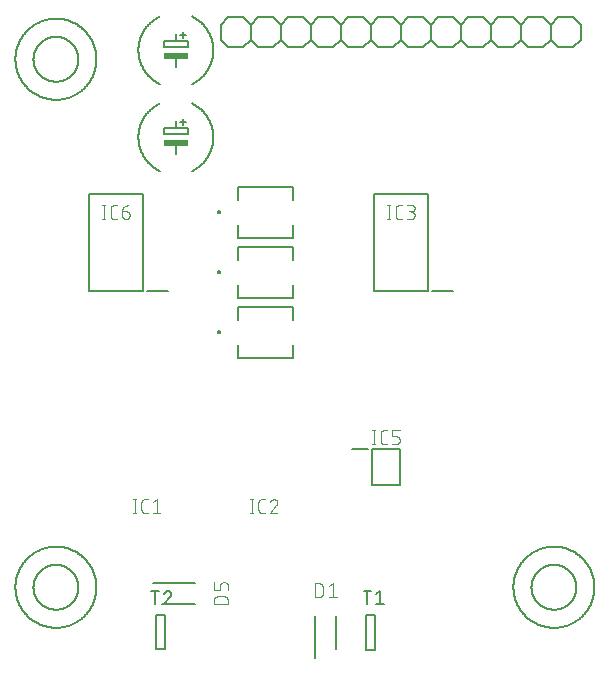
<source format=gbr>
G04 EAGLE Gerber RS-274X export*
G75*
%MOMM*%
%FSLAX34Y34*%
%LPD*%
%INSilkscreen Top*%
%IPPOS*%
%AMOC8*
5,1,8,0,0,1.08239X$1,22.5*%
G01*
%ADD10C,0.200000*%
%ADD11C,0.101600*%
%ADD12C,0.127000*%
%ADD13C,0.152400*%
%ADD14C,0.203200*%
%ADD15R,2.032000X0.508000*%


D10*
X295900Y29200D02*
X295900Y64800D01*
X313700Y64800D02*
X313700Y36800D01*
D11*
X295649Y80518D02*
X295649Y92202D01*
X298895Y92202D01*
X299008Y92200D01*
X299121Y92194D01*
X299234Y92184D01*
X299347Y92170D01*
X299459Y92153D01*
X299570Y92131D01*
X299680Y92106D01*
X299790Y92076D01*
X299898Y92043D01*
X300005Y92006D01*
X300111Y91966D01*
X300215Y91921D01*
X300318Y91873D01*
X300419Y91822D01*
X300518Y91767D01*
X300615Y91709D01*
X300710Y91647D01*
X300803Y91582D01*
X300893Y91514D01*
X300981Y91443D01*
X301067Y91368D01*
X301150Y91291D01*
X301230Y91211D01*
X301307Y91128D01*
X301382Y91042D01*
X301453Y90954D01*
X301521Y90864D01*
X301586Y90771D01*
X301648Y90676D01*
X301706Y90579D01*
X301761Y90480D01*
X301812Y90379D01*
X301860Y90276D01*
X301905Y90172D01*
X301945Y90066D01*
X301982Y89959D01*
X302015Y89851D01*
X302045Y89741D01*
X302070Y89631D01*
X302092Y89520D01*
X302109Y89408D01*
X302123Y89295D01*
X302133Y89182D01*
X302139Y89069D01*
X302141Y88956D01*
X302140Y88956D02*
X302140Y83764D01*
X302141Y83764D02*
X302139Y83651D01*
X302133Y83538D01*
X302123Y83425D01*
X302109Y83312D01*
X302092Y83200D01*
X302070Y83089D01*
X302045Y82979D01*
X302015Y82869D01*
X301982Y82761D01*
X301945Y82654D01*
X301905Y82548D01*
X301860Y82444D01*
X301812Y82341D01*
X301761Y82240D01*
X301706Y82141D01*
X301648Y82044D01*
X301586Y81949D01*
X301521Y81856D01*
X301453Y81766D01*
X301382Y81678D01*
X301307Y81592D01*
X301230Y81509D01*
X301150Y81429D01*
X301067Y81352D01*
X300981Y81277D01*
X300893Y81206D01*
X300803Y81138D01*
X300710Y81073D01*
X300615Y81011D01*
X300518Y80953D01*
X300419Y80898D01*
X300318Y80847D01*
X300215Y80799D01*
X300111Y80754D01*
X300005Y80714D01*
X299898Y80677D01*
X299790Y80644D01*
X299680Y80614D01*
X299570Y80589D01*
X299459Y80567D01*
X299347Y80550D01*
X299234Y80536D01*
X299121Y80526D01*
X299008Y80520D01*
X298895Y80518D01*
X295649Y80518D01*
X307460Y89606D02*
X310705Y92202D01*
X310705Y80518D01*
X307460Y80518D02*
X313951Y80518D01*
D12*
X277250Y326300D02*
X230750Y326300D01*
X230750Y315500D01*
X230750Y283300D02*
X277250Y283300D01*
X277250Y315500D02*
X277250Y326300D01*
X230750Y294100D02*
X230750Y283300D01*
X277250Y283300D02*
X277250Y294100D01*
D10*
X213000Y304800D02*
X213002Y304863D01*
X213008Y304925D01*
X213018Y304987D01*
X213031Y305049D01*
X213049Y305109D01*
X213070Y305168D01*
X213095Y305226D01*
X213124Y305282D01*
X213156Y305336D01*
X213191Y305388D01*
X213229Y305437D01*
X213271Y305485D01*
X213315Y305529D01*
X213363Y305571D01*
X213412Y305609D01*
X213464Y305644D01*
X213518Y305676D01*
X213574Y305705D01*
X213632Y305730D01*
X213691Y305751D01*
X213751Y305769D01*
X213813Y305782D01*
X213875Y305792D01*
X213937Y305798D01*
X214000Y305800D01*
X214063Y305798D01*
X214125Y305792D01*
X214187Y305782D01*
X214249Y305769D01*
X214309Y305751D01*
X214368Y305730D01*
X214426Y305705D01*
X214482Y305676D01*
X214536Y305644D01*
X214588Y305609D01*
X214637Y305571D01*
X214685Y305529D01*
X214729Y305485D01*
X214771Y305437D01*
X214809Y305388D01*
X214844Y305336D01*
X214876Y305282D01*
X214905Y305226D01*
X214930Y305168D01*
X214951Y305109D01*
X214969Y305049D01*
X214982Y304987D01*
X214992Y304925D01*
X214998Y304863D01*
X215000Y304800D01*
X214998Y304737D01*
X214992Y304675D01*
X214982Y304613D01*
X214969Y304551D01*
X214951Y304491D01*
X214930Y304432D01*
X214905Y304374D01*
X214876Y304318D01*
X214844Y304264D01*
X214809Y304212D01*
X214771Y304163D01*
X214729Y304115D01*
X214685Y304071D01*
X214637Y304029D01*
X214588Y303991D01*
X214536Y303956D01*
X214482Y303924D01*
X214426Y303895D01*
X214368Y303870D01*
X214309Y303849D01*
X214249Y303831D01*
X214187Y303818D01*
X214125Y303808D01*
X214063Y303802D01*
X214000Y303800D01*
X213937Y303802D01*
X213875Y303808D01*
X213813Y303818D01*
X213751Y303831D01*
X213691Y303849D01*
X213632Y303870D01*
X213574Y303895D01*
X213518Y303924D01*
X213464Y303956D01*
X213412Y303991D01*
X213363Y304029D01*
X213315Y304071D01*
X213271Y304115D01*
X213229Y304163D01*
X213191Y304212D01*
X213156Y304264D01*
X213124Y304318D01*
X213095Y304374D01*
X213070Y304432D01*
X213049Y304491D01*
X213031Y304551D01*
X213018Y304613D01*
X213008Y304675D01*
X213002Y304737D01*
X213000Y304800D01*
D12*
X230750Y377100D02*
X277250Y377100D01*
X230750Y377100D02*
X230750Y366300D01*
X230750Y334100D02*
X277250Y334100D01*
X277250Y366300D02*
X277250Y377100D01*
X230750Y344900D02*
X230750Y334100D01*
X277250Y334100D02*
X277250Y344900D01*
D10*
X213000Y355600D02*
X213002Y355663D01*
X213008Y355725D01*
X213018Y355787D01*
X213031Y355849D01*
X213049Y355909D01*
X213070Y355968D01*
X213095Y356026D01*
X213124Y356082D01*
X213156Y356136D01*
X213191Y356188D01*
X213229Y356237D01*
X213271Y356285D01*
X213315Y356329D01*
X213363Y356371D01*
X213412Y356409D01*
X213464Y356444D01*
X213518Y356476D01*
X213574Y356505D01*
X213632Y356530D01*
X213691Y356551D01*
X213751Y356569D01*
X213813Y356582D01*
X213875Y356592D01*
X213937Y356598D01*
X214000Y356600D01*
X214063Y356598D01*
X214125Y356592D01*
X214187Y356582D01*
X214249Y356569D01*
X214309Y356551D01*
X214368Y356530D01*
X214426Y356505D01*
X214482Y356476D01*
X214536Y356444D01*
X214588Y356409D01*
X214637Y356371D01*
X214685Y356329D01*
X214729Y356285D01*
X214771Y356237D01*
X214809Y356188D01*
X214844Y356136D01*
X214876Y356082D01*
X214905Y356026D01*
X214930Y355968D01*
X214951Y355909D01*
X214969Y355849D01*
X214982Y355787D01*
X214992Y355725D01*
X214998Y355663D01*
X215000Y355600D01*
X214998Y355537D01*
X214992Y355475D01*
X214982Y355413D01*
X214969Y355351D01*
X214951Y355291D01*
X214930Y355232D01*
X214905Y355174D01*
X214876Y355118D01*
X214844Y355064D01*
X214809Y355012D01*
X214771Y354963D01*
X214729Y354915D01*
X214685Y354871D01*
X214637Y354829D01*
X214588Y354791D01*
X214536Y354756D01*
X214482Y354724D01*
X214426Y354695D01*
X214368Y354670D01*
X214309Y354649D01*
X214249Y354631D01*
X214187Y354618D01*
X214125Y354608D01*
X214063Y354602D01*
X214000Y354600D01*
X213937Y354602D01*
X213875Y354608D01*
X213813Y354618D01*
X213751Y354631D01*
X213691Y354649D01*
X213632Y354670D01*
X213574Y354695D01*
X213518Y354724D01*
X213464Y354756D01*
X213412Y354791D01*
X213363Y354829D01*
X213315Y354871D01*
X213271Y354915D01*
X213229Y354963D01*
X213191Y355012D01*
X213156Y355064D01*
X213124Y355118D01*
X213095Y355174D01*
X213070Y355232D01*
X213049Y355291D01*
X213031Y355351D01*
X213018Y355413D01*
X213008Y355475D01*
X213002Y355537D01*
X213000Y355600D01*
D12*
X230750Y427900D02*
X277250Y427900D01*
X230750Y427900D02*
X230750Y417100D01*
X230750Y384900D02*
X277250Y384900D01*
X277250Y417100D02*
X277250Y427900D01*
X230750Y395700D02*
X230750Y384900D01*
X277250Y384900D02*
X277250Y395700D01*
D10*
X213000Y406400D02*
X213002Y406463D01*
X213008Y406525D01*
X213018Y406587D01*
X213031Y406649D01*
X213049Y406709D01*
X213070Y406768D01*
X213095Y406826D01*
X213124Y406882D01*
X213156Y406936D01*
X213191Y406988D01*
X213229Y407037D01*
X213271Y407085D01*
X213315Y407129D01*
X213363Y407171D01*
X213412Y407209D01*
X213464Y407244D01*
X213518Y407276D01*
X213574Y407305D01*
X213632Y407330D01*
X213691Y407351D01*
X213751Y407369D01*
X213813Y407382D01*
X213875Y407392D01*
X213937Y407398D01*
X214000Y407400D01*
X214063Y407398D01*
X214125Y407392D01*
X214187Y407382D01*
X214249Y407369D01*
X214309Y407351D01*
X214368Y407330D01*
X214426Y407305D01*
X214482Y407276D01*
X214536Y407244D01*
X214588Y407209D01*
X214637Y407171D01*
X214685Y407129D01*
X214729Y407085D01*
X214771Y407037D01*
X214809Y406988D01*
X214844Y406936D01*
X214876Y406882D01*
X214905Y406826D01*
X214930Y406768D01*
X214951Y406709D01*
X214969Y406649D01*
X214982Y406587D01*
X214992Y406525D01*
X214998Y406463D01*
X215000Y406400D01*
X214998Y406337D01*
X214992Y406275D01*
X214982Y406213D01*
X214969Y406151D01*
X214951Y406091D01*
X214930Y406032D01*
X214905Y405974D01*
X214876Y405918D01*
X214844Y405864D01*
X214809Y405812D01*
X214771Y405763D01*
X214729Y405715D01*
X214685Y405671D01*
X214637Y405629D01*
X214588Y405591D01*
X214536Y405556D01*
X214482Y405524D01*
X214426Y405495D01*
X214368Y405470D01*
X214309Y405449D01*
X214249Y405431D01*
X214187Y405418D01*
X214125Y405408D01*
X214063Y405402D01*
X214000Y405400D01*
X213937Y405402D01*
X213875Y405408D01*
X213813Y405418D01*
X213751Y405431D01*
X213691Y405449D01*
X213632Y405470D01*
X213574Y405495D01*
X213518Y405524D01*
X213464Y405556D01*
X213412Y405591D01*
X213363Y405629D01*
X213315Y405671D01*
X213271Y405715D01*
X213229Y405763D01*
X213191Y405812D01*
X213156Y405864D01*
X213124Y405918D01*
X213095Y405974D01*
X213070Y406032D01*
X213049Y406091D01*
X213031Y406151D01*
X213018Y406213D01*
X213008Y406275D01*
X213002Y406337D01*
X213000Y406400D01*
X194340Y92720D02*
X158740Y92720D01*
X166340Y74920D02*
X194340Y74920D01*
D11*
X210058Y74669D02*
X221742Y74669D01*
X210058Y74669D02*
X210058Y77915D01*
X210060Y78028D01*
X210066Y78141D01*
X210076Y78254D01*
X210090Y78367D01*
X210107Y78479D01*
X210129Y78590D01*
X210154Y78700D01*
X210184Y78810D01*
X210217Y78918D01*
X210254Y79025D01*
X210294Y79131D01*
X210339Y79235D01*
X210387Y79338D01*
X210438Y79439D01*
X210493Y79538D01*
X210551Y79635D01*
X210613Y79730D01*
X210678Y79823D01*
X210746Y79913D01*
X210817Y80001D01*
X210892Y80087D01*
X210969Y80170D01*
X211049Y80250D01*
X211132Y80327D01*
X211218Y80402D01*
X211306Y80473D01*
X211396Y80541D01*
X211489Y80606D01*
X211584Y80668D01*
X211681Y80726D01*
X211780Y80781D01*
X211881Y80832D01*
X211984Y80880D01*
X212088Y80925D01*
X212194Y80965D01*
X212301Y81002D01*
X212409Y81035D01*
X212519Y81065D01*
X212629Y81090D01*
X212740Y81112D01*
X212852Y81129D01*
X212965Y81143D01*
X213078Y81153D01*
X213191Y81159D01*
X213304Y81161D01*
X213304Y81160D02*
X218496Y81160D01*
X218496Y81161D02*
X218609Y81159D01*
X218722Y81153D01*
X218835Y81143D01*
X218948Y81129D01*
X219060Y81112D01*
X219171Y81090D01*
X219281Y81065D01*
X219391Y81035D01*
X219499Y81002D01*
X219606Y80965D01*
X219712Y80925D01*
X219816Y80880D01*
X219919Y80832D01*
X220020Y80781D01*
X220119Y80726D01*
X220216Y80668D01*
X220311Y80606D01*
X220404Y80541D01*
X220494Y80473D01*
X220582Y80402D01*
X220668Y80327D01*
X220751Y80250D01*
X220831Y80170D01*
X220908Y80087D01*
X220983Y80001D01*
X221054Y79913D01*
X221122Y79823D01*
X221187Y79730D01*
X221249Y79635D01*
X221307Y79538D01*
X221362Y79439D01*
X221413Y79338D01*
X221461Y79235D01*
X221506Y79131D01*
X221546Y79025D01*
X221583Y78918D01*
X221616Y78810D01*
X221646Y78700D01*
X221671Y78590D01*
X221693Y78479D01*
X221710Y78367D01*
X221724Y78254D01*
X221734Y78141D01*
X221740Y78028D01*
X221742Y77915D01*
X221742Y74669D01*
X221742Y86480D02*
X221742Y90375D01*
X221740Y90474D01*
X221734Y90574D01*
X221725Y90673D01*
X221712Y90771D01*
X221695Y90869D01*
X221674Y90967D01*
X221649Y91063D01*
X221621Y91158D01*
X221589Y91252D01*
X221554Y91345D01*
X221515Y91437D01*
X221472Y91527D01*
X221427Y91615D01*
X221377Y91702D01*
X221325Y91786D01*
X221269Y91869D01*
X221211Y91949D01*
X221149Y92027D01*
X221084Y92102D01*
X221016Y92175D01*
X220946Y92245D01*
X220873Y92313D01*
X220798Y92378D01*
X220720Y92440D01*
X220640Y92498D01*
X220557Y92554D01*
X220473Y92606D01*
X220386Y92656D01*
X220298Y92701D01*
X220208Y92744D01*
X220116Y92783D01*
X220023Y92818D01*
X219929Y92850D01*
X219834Y92878D01*
X219738Y92903D01*
X219640Y92924D01*
X219542Y92941D01*
X219444Y92954D01*
X219345Y92963D01*
X219245Y92969D01*
X219146Y92971D01*
X217847Y92971D01*
X217748Y92969D01*
X217648Y92963D01*
X217549Y92954D01*
X217451Y92941D01*
X217353Y92924D01*
X217255Y92903D01*
X217159Y92878D01*
X217064Y92850D01*
X216970Y92818D01*
X216877Y92783D01*
X216785Y92744D01*
X216695Y92701D01*
X216607Y92656D01*
X216520Y92606D01*
X216436Y92554D01*
X216353Y92498D01*
X216273Y92440D01*
X216195Y92378D01*
X216120Y92313D01*
X216047Y92245D01*
X215977Y92175D01*
X215909Y92102D01*
X215844Y92027D01*
X215782Y91949D01*
X215724Y91869D01*
X215668Y91786D01*
X215616Y91702D01*
X215566Y91615D01*
X215521Y91527D01*
X215478Y91437D01*
X215439Y91345D01*
X215404Y91252D01*
X215372Y91158D01*
X215344Y91063D01*
X215319Y90967D01*
X215298Y90869D01*
X215281Y90771D01*
X215268Y90673D01*
X215259Y90574D01*
X215253Y90474D01*
X215251Y90375D01*
X215251Y86480D01*
X210058Y86480D01*
X210058Y92971D01*
X142776Y151638D02*
X142776Y163322D01*
X141478Y151638D02*
X144074Y151638D01*
X144074Y163322D02*
X141478Y163322D01*
X151238Y151638D02*
X153834Y151638D01*
X151238Y151638D02*
X151139Y151640D01*
X151039Y151646D01*
X150940Y151655D01*
X150842Y151668D01*
X150744Y151685D01*
X150646Y151706D01*
X150550Y151731D01*
X150455Y151759D01*
X150361Y151791D01*
X150268Y151826D01*
X150176Y151865D01*
X150086Y151908D01*
X149998Y151953D01*
X149911Y152003D01*
X149827Y152055D01*
X149744Y152111D01*
X149664Y152169D01*
X149586Y152231D01*
X149511Y152296D01*
X149438Y152364D01*
X149368Y152434D01*
X149300Y152507D01*
X149235Y152582D01*
X149173Y152660D01*
X149115Y152740D01*
X149059Y152823D01*
X149007Y152907D01*
X148957Y152994D01*
X148912Y153082D01*
X148869Y153172D01*
X148830Y153264D01*
X148795Y153357D01*
X148763Y153451D01*
X148735Y153546D01*
X148710Y153642D01*
X148689Y153740D01*
X148672Y153838D01*
X148659Y153936D01*
X148650Y154035D01*
X148644Y154135D01*
X148642Y154234D01*
X148641Y154234D02*
X148641Y160726D01*
X148642Y160726D02*
X148644Y160825D01*
X148650Y160925D01*
X148659Y161024D01*
X148672Y161122D01*
X148689Y161220D01*
X148710Y161318D01*
X148735Y161414D01*
X148763Y161509D01*
X148795Y161603D01*
X148830Y161696D01*
X148869Y161788D01*
X148912Y161878D01*
X148957Y161966D01*
X149007Y162053D01*
X149059Y162137D01*
X149115Y162220D01*
X149173Y162300D01*
X149235Y162378D01*
X149300Y162453D01*
X149368Y162526D01*
X149438Y162596D01*
X149511Y162664D01*
X149586Y162729D01*
X149664Y162791D01*
X149744Y162849D01*
X149827Y162905D01*
X149911Y162957D01*
X149998Y163007D01*
X150086Y163052D01*
X150176Y163095D01*
X150268Y163134D01*
X150360Y163169D01*
X150455Y163201D01*
X150550Y163229D01*
X150646Y163254D01*
X150744Y163275D01*
X150842Y163292D01*
X150940Y163305D01*
X151039Y163314D01*
X151139Y163320D01*
X151238Y163322D01*
X153834Y163322D01*
X158200Y160726D02*
X161445Y163322D01*
X161445Y151638D01*
X158200Y151638D02*
X164691Y151638D01*
X241836Y151638D02*
X241836Y163322D01*
X240538Y151638D02*
X243134Y151638D01*
X243134Y163322D02*
X240538Y163322D01*
X250298Y151638D02*
X252894Y151638D01*
X250298Y151638D02*
X250199Y151640D01*
X250099Y151646D01*
X250000Y151655D01*
X249902Y151668D01*
X249804Y151685D01*
X249706Y151706D01*
X249610Y151731D01*
X249515Y151759D01*
X249421Y151791D01*
X249328Y151826D01*
X249236Y151865D01*
X249146Y151908D01*
X249058Y151953D01*
X248971Y152003D01*
X248887Y152055D01*
X248804Y152111D01*
X248724Y152169D01*
X248646Y152231D01*
X248571Y152296D01*
X248498Y152364D01*
X248428Y152434D01*
X248360Y152507D01*
X248295Y152582D01*
X248233Y152660D01*
X248175Y152740D01*
X248119Y152823D01*
X248067Y152907D01*
X248017Y152994D01*
X247972Y153082D01*
X247929Y153172D01*
X247890Y153264D01*
X247855Y153357D01*
X247823Y153451D01*
X247795Y153546D01*
X247770Y153642D01*
X247749Y153740D01*
X247732Y153838D01*
X247719Y153936D01*
X247710Y154035D01*
X247704Y154135D01*
X247702Y154234D01*
X247701Y154234D02*
X247701Y160726D01*
X247702Y160726D02*
X247704Y160825D01*
X247710Y160925D01*
X247719Y161024D01*
X247732Y161122D01*
X247749Y161220D01*
X247770Y161318D01*
X247795Y161414D01*
X247823Y161509D01*
X247855Y161603D01*
X247890Y161696D01*
X247929Y161788D01*
X247972Y161878D01*
X248017Y161966D01*
X248067Y162053D01*
X248119Y162137D01*
X248175Y162220D01*
X248233Y162300D01*
X248295Y162378D01*
X248360Y162453D01*
X248428Y162526D01*
X248498Y162596D01*
X248571Y162664D01*
X248646Y162729D01*
X248724Y162791D01*
X248804Y162849D01*
X248887Y162905D01*
X248971Y162957D01*
X249058Y163007D01*
X249146Y163052D01*
X249236Y163095D01*
X249328Y163134D01*
X249420Y163169D01*
X249515Y163201D01*
X249610Y163229D01*
X249706Y163254D01*
X249804Y163275D01*
X249902Y163292D01*
X250000Y163305D01*
X250099Y163314D01*
X250199Y163320D01*
X250298Y163322D01*
X252894Y163322D01*
X260830Y163322D02*
X260937Y163320D01*
X261043Y163314D01*
X261149Y163304D01*
X261255Y163291D01*
X261361Y163273D01*
X261465Y163252D01*
X261569Y163227D01*
X261672Y163198D01*
X261773Y163166D01*
X261873Y163129D01*
X261972Y163089D01*
X262070Y163046D01*
X262166Y162999D01*
X262260Y162948D01*
X262352Y162894D01*
X262442Y162837D01*
X262530Y162777D01*
X262615Y162713D01*
X262698Y162646D01*
X262779Y162576D01*
X262857Y162504D01*
X262933Y162428D01*
X263005Y162350D01*
X263075Y162269D01*
X263142Y162186D01*
X263206Y162101D01*
X263266Y162013D01*
X263323Y161923D01*
X263377Y161831D01*
X263428Y161737D01*
X263475Y161641D01*
X263518Y161543D01*
X263558Y161444D01*
X263595Y161344D01*
X263627Y161243D01*
X263656Y161140D01*
X263681Y161036D01*
X263702Y160932D01*
X263720Y160826D01*
X263733Y160720D01*
X263743Y160614D01*
X263749Y160508D01*
X263751Y160401D01*
X260830Y163322D02*
X260709Y163320D01*
X260588Y163314D01*
X260468Y163304D01*
X260347Y163291D01*
X260228Y163273D01*
X260108Y163252D01*
X259990Y163227D01*
X259873Y163198D01*
X259756Y163165D01*
X259641Y163129D01*
X259527Y163088D01*
X259414Y163045D01*
X259302Y162997D01*
X259193Y162946D01*
X259085Y162891D01*
X258978Y162833D01*
X258874Y162772D01*
X258772Y162707D01*
X258672Y162639D01*
X258574Y162568D01*
X258478Y162494D01*
X258385Y162417D01*
X258295Y162336D01*
X258207Y162253D01*
X258122Y162167D01*
X258039Y162078D01*
X257960Y161987D01*
X257883Y161893D01*
X257810Y161797D01*
X257740Y161699D01*
X257673Y161598D01*
X257609Y161495D01*
X257549Y161390D01*
X257492Y161283D01*
X257438Y161175D01*
X257388Y161065D01*
X257342Y160953D01*
X257299Y160840D01*
X257260Y160725D01*
X262777Y158129D02*
X262856Y158206D01*
X262932Y158287D01*
X263005Y158370D01*
X263075Y158455D01*
X263142Y158543D01*
X263206Y158633D01*
X263266Y158725D01*
X263323Y158820D01*
X263377Y158916D01*
X263428Y159014D01*
X263475Y159114D01*
X263519Y159216D01*
X263559Y159319D01*
X263595Y159423D01*
X263627Y159529D01*
X263656Y159635D01*
X263681Y159743D01*
X263703Y159851D01*
X263720Y159961D01*
X263734Y160070D01*
X263743Y160180D01*
X263749Y160291D01*
X263751Y160401D01*
X262777Y158129D02*
X257260Y151638D01*
X263751Y151638D01*
D10*
X344100Y205500D02*
X367100Y205500D01*
X367100Y175500D01*
X344100Y175500D01*
X344100Y205500D01*
X340600Y205500D02*
X326600Y205500D01*
D11*
X345292Y210058D02*
X345292Y221742D01*
X343994Y210058D02*
X346590Y210058D01*
X346590Y221742D02*
X343994Y221742D01*
X353754Y210058D02*
X356350Y210058D01*
X353754Y210058D02*
X353655Y210060D01*
X353555Y210066D01*
X353456Y210075D01*
X353358Y210088D01*
X353260Y210105D01*
X353162Y210126D01*
X353066Y210151D01*
X352971Y210179D01*
X352877Y210211D01*
X352784Y210246D01*
X352692Y210285D01*
X352602Y210328D01*
X352514Y210373D01*
X352427Y210423D01*
X352343Y210475D01*
X352260Y210531D01*
X352180Y210589D01*
X352102Y210651D01*
X352027Y210716D01*
X351954Y210784D01*
X351884Y210854D01*
X351816Y210927D01*
X351751Y211002D01*
X351689Y211080D01*
X351631Y211160D01*
X351575Y211243D01*
X351523Y211327D01*
X351473Y211414D01*
X351428Y211502D01*
X351385Y211592D01*
X351346Y211684D01*
X351311Y211777D01*
X351279Y211871D01*
X351251Y211966D01*
X351226Y212062D01*
X351205Y212160D01*
X351188Y212258D01*
X351175Y212356D01*
X351166Y212455D01*
X351160Y212555D01*
X351158Y212654D01*
X351157Y212654D02*
X351157Y219146D01*
X351158Y219146D02*
X351160Y219245D01*
X351166Y219345D01*
X351175Y219444D01*
X351188Y219542D01*
X351205Y219640D01*
X351226Y219738D01*
X351251Y219834D01*
X351279Y219929D01*
X351311Y220023D01*
X351346Y220116D01*
X351385Y220208D01*
X351428Y220298D01*
X351473Y220386D01*
X351523Y220473D01*
X351575Y220557D01*
X351631Y220640D01*
X351689Y220720D01*
X351751Y220798D01*
X351816Y220873D01*
X351884Y220946D01*
X351954Y221016D01*
X352027Y221084D01*
X352102Y221149D01*
X352180Y221211D01*
X352260Y221269D01*
X352343Y221325D01*
X352427Y221377D01*
X352514Y221427D01*
X352602Y221472D01*
X352692Y221515D01*
X352784Y221554D01*
X352876Y221589D01*
X352971Y221621D01*
X353066Y221649D01*
X353162Y221674D01*
X353260Y221695D01*
X353358Y221712D01*
X353456Y221725D01*
X353555Y221734D01*
X353655Y221740D01*
X353754Y221742D01*
X356350Y221742D01*
X360715Y210058D02*
X364610Y210058D01*
X364709Y210060D01*
X364809Y210066D01*
X364908Y210075D01*
X365006Y210088D01*
X365104Y210105D01*
X365202Y210126D01*
X365298Y210151D01*
X365393Y210179D01*
X365487Y210211D01*
X365580Y210246D01*
X365672Y210285D01*
X365762Y210328D01*
X365850Y210373D01*
X365937Y210423D01*
X366021Y210475D01*
X366104Y210531D01*
X366184Y210589D01*
X366262Y210651D01*
X366337Y210716D01*
X366410Y210784D01*
X366480Y210854D01*
X366548Y210927D01*
X366613Y211002D01*
X366675Y211080D01*
X366733Y211160D01*
X366789Y211243D01*
X366841Y211327D01*
X366891Y211414D01*
X366936Y211502D01*
X366979Y211592D01*
X367018Y211684D01*
X367053Y211777D01*
X367085Y211871D01*
X367113Y211966D01*
X367138Y212062D01*
X367159Y212160D01*
X367176Y212258D01*
X367189Y212356D01*
X367198Y212455D01*
X367204Y212555D01*
X367206Y212654D01*
X367206Y213953D01*
X367204Y214052D01*
X367198Y214152D01*
X367189Y214251D01*
X367176Y214349D01*
X367159Y214447D01*
X367138Y214545D01*
X367113Y214641D01*
X367085Y214736D01*
X367053Y214830D01*
X367018Y214923D01*
X366979Y215015D01*
X366936Y215105D01*
X366891Y215193D01*
X366841Y215280D01*
X366789Y215364D01*
X366733Y215447D01*
X366675Y215527D01*
X366613Y215605D01*
X366548Y215680D01*
X366480Y215753D01*
X366410Y215823D01*
X366337Y215891D01*
X366262Y215956D01*
X366184Y216018D01*
X366104Y216076D01*
X366021Y216132D01*
X365937Y216184D01*
X365850Y216234D01*
X365762Y216279D01*
X365672Y216322D01*
X365580Y216361D01*
X365487Y216396D01*
X365393Y216428D01*
X365298Y216456D01*
X365202Y216481D01*
X365104Y216502D01*
X365006Y216519D01*
X364908Y216532D01*
X364809Y216541D01*
X364709Y216547D01*
X364610Y216549D01*
X360715Y216549D01*
X360715Y221742D01*
X367206Y221742D01*
D13*
X346710Y65024D02*
X346710Y36068D01*
X339090Y36068D01*
X339090Y65024D01*
X346710Y65024D01*
D12*
X339852Y74295D02*
X339852Y85725D01*
X336677Y85725D02*
X343027Y85725D01*
X347345Y83185D02*
X350520Y85725D01*
X350520Y74295D01*
X347345Y74295D02*
X353695Y74295D01*
D13*
X161290Y65532D02*
X161290Y36576D01*
X161290Y65532D02*
X168910Y65532D01*
X168910Y36576D01*
X161290Y36576D01*
D12*
X160020Y74295D02*
X160020Y85725D01*
X156845Y85725D02*
X163195Y85725D01*
X171006Y85726D02*
X171110Y85724D01*
X171215Y85718D01*
X171319Y85709D01*
X171422Y85696D01*
X171525Y85678D01*
X171627Y85658D01*
X171729Y85633D01*
X171829Y85605D01*
X171929Y85573D01*
X172027Y85537D01*
X172124Y85498D01*
X172219Y85456D01*
X172313Y85410D01*
X172405Y85360D01*
X172495Y85308D01*
X172583Y85252D01*
X172669Y85192D01*
X172753Y85130D01*
X172834Y85065D01*
X172913Y84997D01*
X172990Y84925D01*
X173063Y84852D01*
X173135Y84775D01*
X173203Y84696D01*
X173268Y84615D01*
X173330Y84531D01*
X173390Y84445D01*
X173446Y84357D01*
X173498Y84267D01*
X173548Y84175D01*
X173594Y84081D01*
X173636Y83986D01*
X173675Y83889D01*
X173711Y83791D01*
X173743Y83691D01*
X173771Y83591D01*
X173796Y83489D01*
X173816Y83387D01*
X173834Y83284D01*
X173847Y83181D01*
X173856Y83077D01*
X173862Y82972D01*
X173864Y82868D01*
X171006Y85725D02*
X170888Y85723D01*
X170769Y85717D01*
X170651Y85708D01*
X170534Y85695D01*
X170417Y85677D01*
X170300Y85657D01*
X170184Y85632D01*
X170069Y85604D01*
X169956Y85571D01*
X169843Y85536D01*
X169731Y85496D01*
X169621Y85454D01*
X169512Y85407D01*
X169404Y85357D01*
X169299Y85304D01*
X169195Y85247D01*
X169093Y85187D01*
X168993Y85124D01*
X168895Y85057D01*
X168799Y84988D01*
X168706Y84915D01*
X168615Y84839D01*
X168526Y84761D01*
X168440Y84679D01*
X168357Y84595D01*
X168276Y84509D01*
X168199Y84419D01*
X168124Y84328D01*
X168052Y84234D01*
X167983Y84137D01*
X167918Y84039D01*
X167855Y83938D01*
X167796Y83835D01*
X167740Y83731D01*
X167688Y83625D01*
X167639Y83517D01*
X167594Y83408D01*
X167552Y83297D01*
X167514Y83185D01*
X172911Y80646D02*
X172987Y80721D01*
X173062Y80800D01*
X173133Y80881D01*
X173202Y80965D01*
X173267Y81051D01*
X173329Y81139D01*
X173389Y81229D01*
X173445Y81321D01*
X173498Y81416D01*
X173547Y81512D01*
X173593Y81610D01*
X173636Y81709D01*
X173675Y81810D01*
X173710Y81912D01*
X173742Y82015D01*
X173770Y82119D01*
X173795Y82224D01*
X173816Y82331D01*
X173833Y82437D01*
X173846Y82544D01*
X173855Y82652D01*
X173861Y82760D01*
X173863Y82868D01*
X172911Y80645D02*
X167513Y74295D01*
X173863Y74295D01*
D13*
X463550Y88900D02*
X463560Y89742D01*
X463591Y90583D01*
X463643Y91423D01*
X463715Y92261D01*
X463808Y93097D01*
X463921Y93931D01*
X464055Y94762D01*
X464209Y95590D01*
X464383Y96413D01*
X464578Y97232D01*
X464792Y98046D01*
X465027Y98854D01*
X465281Y99656D01*
X465554Y100452D01*
X465848Y101241D01*
X466160Y102022D01*
X466492Y102796D01*
X466842Y103561D01*
X467211Y104317D01*
X467599Y105064D01*
X468005Y105801D01*
X468428Y106529D01*
X468870Y107245D01*
X469329Y107951D01*
X469805Y108644D01*
X470298Y109327D01*
X470808Y109996D01*
X471333Y110653D01*
X471875Y111297D01*
X472433Y111928D01*
X473006Y112544D01*
X473593Y113147D01*
X474196Y113734D01*
X474812Y114307D01*
X475443Y114865D01*
X476087Y115407D01*
X476744Y115932D01*
X477413Y116442D01*
X478096Y116935D01*
X478789Y117411D01*
X479495Y117870D01*
X480211Y118312D01*
X480939Y118735D01*
X481676Y119141D01*
X482423Y119529D01*
X483179Y119898D01*
X483944Y120248D01*
X484718Y120580D01*
X485499Y120892D01*
X486288Y121186D01*
X487084Y121459D01*
X487886Y121713D01*
X488694Y121948D01*
X489508Y122162D01*
X490327Y122357D01*
X491150Y122531D01*
X491978Y122685D01*
X492809Y122819D01*
X493643Y122932D01*
X494479Y123025D01*
X495317Y123097D01*
X496157Y123149D01*
X496998Y123180D01*
X497840Y123190D01*
X498682Y123180D01*
X499523Y123149D01*
X500363Y123097D01*
X501201Y123025D01*
X502037Y122932D01*
X502871Y122819D01*
X503702Y122685D01*
X504530Y122531D01*
X505353Y122357D01*
X506172Y122162D01*
X506986Y121948D01*
X507794Y121713D01*
X508596Y121459D01*
X509392Y121186D01*
X510181Y120892D01*
X510962Y120580D01*
X511736Y120248D01*
X512501Y119898D01*
X513257Y119529D01*
X514004Y119141D01*
X514741Y118735D01*
X515469Y118312D01*
X516185Y117870D01*
X516891Y117411D01*
X517584Y116935D01*
X518267Y116442D01*
X518936Y115932D01*
X519593Y115407D01*
X520237Y114865D01*
X520868Y114307D01*
X521484Y113734D01*
X522087Y113147D01*
X522674Y112544D01*
X523247Y111928D01*
X523805Y111297D01*
X524347Y110653D01*
X524872Y109996D01*
X525382Y109327D01*
X525875Y108644D01*
X526351Y107951D01*
X526810Y107245D01*
X527252Y106529D01*
X527675Y105801D01*
X528081Y105064D01*
X528469Y104317D01*
X528838Y103561D01*
X529188Y102796D01*
X529520Y102022D01*
X529832Y101241D01*
X530126Y100452D01*
X530399Y99656D01*
X530653Y98854D01*
X530888Y98046D01*
X531102Y97232D01*
X531297Y96413D01*
X531471Y95590D01*
X531625Y94762D01*
X531759Y93931D01*
X531872Y93097D01*
X531965Y92261D01*
X532037Y91423D01*
X532089Y90583D01*
X532120Y89742D01*
X532130Y88900D01*
X532120Y88058D01*
X532089Y87217D01*
X532037Y86377D01*
X531965Y85539D01*
X531872Y84703D01*
X531759Y83869D01*
X531625Y83038D01*
X531471Y82210D01*
X531297Y81387D01*
X531102Y80568D01*
X530888Y79754D01*
X530653Y78946D01*
X530399Y78144D01*
X530126Y77348D01*
X529832Y76559D01*
X529520Y75778D01*
X529188Y75004D01*
X528838Y74239D01*
X528469Y73483D01*
X528081Y72736D01*
X527675Y71999D01*
X527252Y71271D01*
X526810Y70555D01*
X526351Y69849D01*
X525875Y69156D01*
X525382Y68473D01*
X524872Y67804D01*
X524347Y67147D01*
X523805Y66503D01*
X523247Y65872D01*
X522674Y65256D01*
X522087Y64653D01*
X521484Y64066D01*
X520868Y63493D01*
X520237Y62935D01*
X519593Y62393D01*
X518936Y61868D01*
X518267Y61358D01*
X517584Y60865D01*
X516891Y60389D01*
X516185Y59930D01*
X515469Y59488D01*
X514741Y59065D01*
X514004Y58659D01*
X513257Y58271D01*
X512501Y57902D01*
X511736Y57552D01*
X510962Y57220D01*
X510181Y56908D01*
X509392Y56614D01*
X508596Y56341D01*
X507794Y56087D01*
X506986Y55852D01*
X506172Y55638D01*
X505353Y55443D01*
X504530Y55269D01*
X503702Y55115D01*
X502871Y54981D01*
X502037Y54868D01*
X501201Y54775D01*
X500363Y54703D01*
X499523Y54651D01*
X498682Y54620D01*
X497840Y54610D01*
X496998Y54620D01*
X496157Y54651D01*
X495317Y54703D01*
X494479Y54775D01*
X493643Y54868D01*
X492809Y54981D01*
X491978Y55115D01*
X491150Y55269D01*
X490327Y55443D01*
X489508Y55638D01*
X488694Y55852D01*
X487886Y56087D01*
X487084Y56341D01*
X486288Y56614D01*
X485499Y56908D01*
X484718Y57220D01*
X483944Y57552D01*
X483179Y57902D01*
X482423Y58271D01*
X481676Y58659D01*
X480939Y59065D01*
X480211Y59488D01*
X479495Y59930D01*
X478789Y60389D01*
X478096Y60865D01*
X477413Y61358D01*
X476744Y61868D01*
X476087Y62393D01*
X475443Y62935D01*
X474812Y63493D01*
X474196Y64066D01*
X473593Y64653D01*
X473006Y65256D01*
X472433Y65872D01*
X471875Y66503D01*
X471333Y67147D01*
X470808Y67804D01*
X470298Y68473D01*
X469805Y69156D01*
X469329Y69849D01*
X468870Y70555D01*
X468428Y71271D01*
X468005Y71999D01*
X467599Y72736D01*
X467211Y73483D01*
X466842Y74239D01*
X466492Y75004D01*
X466160Y75778D01*
X465848Y76559D01*
X465554Y77348D01*
X465281Y78144D01*
X465027Y78946D01*
X464792Y79754D01*
X464578Y80568D01*
X464383Y81387D01*
X464209Y82210D01*
X464055Y83038D01*
X463921Y83869D01*
X463808Y84703D01*
X463715Y85539D01*
X463643Y86377D01*
X463591Y87217D01*
X463560Y88058D01*
X463550Y88900D01*
D14*
X478840Y88900D02*
X478846Y89366D01*
X478863Y89832D01*
X478891Y90298D01*
X478931Y90762D01*
X478983Y91226D01*
X479046Y91688D01*
X479120Y92148D01*
X479205Y92607D01*
X479302Y93063D01*
X479409Y93517D01*
X479528Y93968D01*
X479658Y94415D01*
X479799Y94860D01*
X479951Y95301D01*
X480113Y95738D01*
X480286Y96171D01*
X480470Y96600D01*
X480664Y97024D01*
X480869Y97443D01*
X481083Y97857D01*
X481308Y98265D01*
X481543Y98668D01*
X481788Y99065D01*
X482042Y99456D01*
X482306Y99840D01*
X482579Y100218D01*
X482861Y100589D01*
X483153Y100953D01*
X483453Y101310D01*
X483762Y101660D01*
X484079Y102001D01*
X484405Y102335D01*
X484739Y102661D01*
X485080Y102978D01*
X485430Y103287D01*
X485787Y103587D01*
X486151Y103879D01*
X486522Y104161D01*
X486900Y104434D01*
X487284Y104698D01*
X487675Y104952D01*
X488072Y105197D01*
X488475Y105432D01*
X488883Y105657D01*
X489297Y105871D01*
X489716Y106076D01*
X490140Y106270D01*
X490569Y106454D01*
X491002Y106627D01*
X491439Y106789D01*
X491880Y106941D01*
X492325Y107082D01*
X492772Y107212D01*
X493223Y107331D01*
X493677Y107438D01*
X494133Y107535D01*
X494592Y107620D01*
X495052Y107694D01*
X495514Y107757D01*
X495978Y107809D01*
X496442Y107849D01*
X496908Y107877D01*
X497374Y107894D01*
X497840Y107900D01*
X498306Y107894D01*
X498772Y107877D01*
X499238Y107849D01*
X499702Y107809D01*
X500166Y107757D01*
X500628Y107694D01*
X501088Y107620D01*
X501547Y107535D01*
X502003Y107438D01*
X502457Y107331D01*
X502908Y107212D01*
X503355Y107082D01*
X503800Y106941D01*
X504241Y106789D01*
X504678Y106627D01*
X505111Y106454D01*
X505540Y106270D01*
X505964Y106076D01*
X506383Y105871D01*
X506797Y105657D01*
X507205Y105432D01*
X507608Y105197D01*
X508005Y104952D01*
X508396Y104698D01*
X508780Y104434D01*
X509158Y104161D01*
X509529Y103879D01*
X509893Y103587D01*
X510250Y103287D01*
X510600Y102978D01*
X510941Y102661D01*
X511275Y102335D01*
X511601Y102001D01*
X511918Y101660D01*
X512227Y101310D01*
X512527Y100953D01*
X512819Y100589D01*
X513101Y100218D01*
X513374Y99840D01*
X513638Y99456D01*
X513892Y99065D01*
X514137Y98668D01*
X514372Y98265D01*
X514597Y97857D01*
X514811Y97443D01*
X515016Y97024D01*
X515210Y96600D01*
X515394Y96171D01*
X515567Y95738D01*
X515729Y95301D01*
X515881Y94860D01*
X516022Y94415D01*
X516152Y93968D01*
X516271Y93517D01*
X516378Y93063D01*
X516475Y92607D01*
X516560Y92148D01*
X516634Y91688D01*
X516697Y91226D01*
X516749Y90762D01*
X516789Y90298D01*
X516817Y89832D01*
X516834Y89366D01*
X516840Y88900D01*
X516834Y88434D01*
X516817Y87968D01*
X516789Y87502D01*
X516749Y87038D01*
X516697Y86574D01*
X516634Y86112D01*
X516560Y85652D01*
X516475Y85193D01*
X516378Y84737D01*
X516271Y84283D01*
X516152Y83832D01*
X516022Y83385D01*
X515881Y82940D01*
X515729Y82499D01*
X515567Y82062D01*
X515394Y81629D01*
X515210Y81200D01*
X515016Y80776D01*
X514811Y80357D01*
X514597Y79943D01*
X514372Y79535D01*
X514137Y79132D01*
X513892Y78735D01*
X513638Y78344D01*
X513374Y77960D01*
X513101Y77582D01*
X512819Y77211D01*
X512527Y76847D01*
X512227Y76490D01*
X511918Y76140D01*
X511601Y75799D01*
X511275Y75465D01*
X510941Y75139D01*
X510600Y74822D01*
X510250Y74513D01*
X509893Y74213D01*
X509529Y73921D01*
X509158Y73639D01*
X508780Y73366D01*
X508396Y73102D01*
X508005Y72848D01*
X507608Y72603D01*
X507205Y72368D01*
X506797Y72143D01*
X506383Y71929D01*
X505964Y71724D01*
X505540Y71530D01*
X505111Y71346D01*
X504678Y71173D01*
X504241Y71011D01*
X503800Y70859D01*
X503355Y70718D01*
X502908Y70588D01*
X502457Y70469D01*
X502003Y70362D01*
X501547Y70265D01*
X501088Y70180D01*
X500628Y70106D01*
X500166Y70043D01*
X499702Y69991D01*
X499238Y69951D01*
X498772Y69923D01*
X498306Y69906D01*
X497840Y69900D01*
X497374Y69906D01*
X496908Y69923D01*
X496442Y69951D01*
X495978Y69991D01*
X495514Y70043D01*
X495052Y70106D01*
X494592Y70180D01*
X494133Y70265D01*
X493677Y70362D01*
X493223Y70469D01*
X492772Y70588D01*
X492325Y70718D01*
X491880Y70859D01*
X491439Y71011D01*
X491002Y71173D01*
X490569Y71346D01*
X490140Y71530D01*
X489716Y71724D01*
X489297Y71929D01*
X488883Y72143D01*
X488475Y72368D01*
X488072Y72603D01*
X487675Y72848D01*
X487284Y73102D01*
X486900Y73366D01*
X486522Y73639D01*
X486151Y73921D01*
X485787Y74213D01*
X485430Y74513D01*
X485080Y74822D01*
X484739Y75139D01*
X484405Y75465D01*
X484079Y75799D01*
X483762Y76140D01*
X483453Y76490D01*
X483153Y76847D01*
X482861Y77211D01*
X482579Y77582D01*
X482306Y77960D01*
X482042Y78344D01*
X481788Y78735D01*
X481543Y79132D01*
X481308Y79535D01*
X481083Y79943D01*
X480869Y80357D01*
X480664Y80776D01*
X480470Y81200D01*
X480286Y81629D01*
X480113Y82062D01*
X479951Y82499D01*
X479799Y82940D01*
X479658Y83385D01*
X479528Y83832D01*
X479409Y84283D01*
X479302Y84737D01*
X479205Y85193D01*
X479120Y85652D01*
X479046Y86112D01*
X478983Y86574D01*
X478931Y87038D01*
X478891Y87502D01*
X478863Y87968D01*
X478846Y88434D01*
X478840Y88900D01*
D13*
X41910Y88900D02*
X41920Y89742D01*
X41951Y90583D01*
X42003Y91423D01*
X42075Y92261D01*
X42168Y93097D01*
X42281Y93931D01*
X42415Y94762D01*
X42569Y95590D01*
X42743Y96413D01*
X42938Y97232D01*
X43152Y98046D01*
X43387Y98854D01*
X43641Y99656D01*
X43914Y100452D01*
X44208Y101241D01*
X44520Y102022D01*
X44852Y102796D01*
X45202Y103561D01*
X45571Y104317D01*
X45959Y105064D01*
X46365Y105801D01*
X46788Y106529D01*
X47230Y107245D01*
X47689Y107951D01*
X48165Y108644D01*
X48658Y109327D01*
X49168Y109996D01*
X49693Y110653D01*
X50235Y111297D01*
X50793Y111928D01*
X51366Y112544D01*
X51953Y113147D01*
X52556Y113734D01*
X53172Y114307D01*
X53803Y114865D01*
X54447Y115407D01*
X55104Y115932D01*
X55773Y116442D01*
X56456Y116935D01*
X57149Y117411D01*
X57855Y117870D01*
X58571Y118312D01*
X59299Y118735D01*
X60036Y119141D01*
X60783Y119529D01*
X61539Y119898D01*
X62304Y120248D01*
X63078Y120580D01*
X63859Y120892D01*
X64648Y121186D01*
X65444Y121459D01*
X66246Y121713D01*
X67054Y121948D01*
X67868Y122162D01*
X68687Y122357D01*
X69510Y122531D01*
X70338Y122685D01*
X71169Y122819D01*
X72003Y122932D01*
X72839Y123025D01*
X73677Y123097D01*
X74517Y123149D01*
X75358Y123180D01*
X76200Y123190D01*
X77042Y123180D01*
X77883Y123149D01*
X78723Y123097D01*
X79561Y123025D01*
X80397Y122932D01*
X81231Y122819D01*
X82062Y122685D01*
X82890Y122531D01*
X83713Y122357D01*
X84532Y122162D01*
X85346Y121948D01*
X86154Y121713D01*
X86956Y121459D01*
X87752Y121186D01*
X88541Y120892D01*
X89322Y120580D01*
X90096Y120248D01*
X90861Y119898D01*
X91617Y119529D01*
X92364Y119141D01*
X93101Y118735D01*
X93829Y118312D01*
X94545Y117870D01*
X95251Y117411D01*
X95944Y116935D01*
X96627Y116442D01*
X97296Y115932D01*
X97953Y115407D01*
X98597Y114865D01*
X99228Y114307D01*
X99844Y113734D01*
X100447Y113147D01*
X101034Y112544D01*
X101607Y111928D01*
X102165Y111297D01*
X102707Y110653D01*
X103232Y109996D01*
X103742Y109327D01*
X104235Y108644D01*
X104711Y107951D01*
X105170Y107245D01*
X105612Y106529D01*
X106035Y105801D01*
X106441Y105064D01*
X106829Y104317D01*
X107198Y103561D01*
X107548Y102796D01*
X107880Y102022D01*
X108192Y101241D01*
X108486Y100452D01*
X108759Y99656D01*
X109013Y98854D01*
X109248Y98046D01*
X109462Y97232D01*
X109657Y96413D01*
X109831Y95590D01*
X109985Y94762D01*
X110119Y93931D01*
X110232Y93097D01*
X110325Y92261D01*
X110397Y91423D01*
X110449Y90583D01*
X110480Y89742D01*
X110490Y88900D01*
X110480Y88058D01*
X110449Y87217D01*
X110397Y86377D01*
X110325Y85539D01*
X110232Y84703D01*
X110119Y83869D01*
X109985Y83038D01*
X109831Y82210D01*
X109657Y81387D01*
X109462Y80568D01*
X109248Y79754D01*
X109013Y78946D01*
X108759Y78144D01*
X108486Y77348D01*
X108192Y76559D01*
X107880Y75778D01*
X107548Y75004D01*
X107198Y74239D01*
X106829Y73483D01*
X106441Y72736D01*
X106035Y71999D01*
X105612Y71271D01*
X105170Y70555D01*
X104711Y69849D01*
X104235Y69156D01*
X103742Y68473D01*
X103232Y67804D01*
X102707Y67147D01*
X102165Y66503D01*
X101607Y65872D01*
X101034Y65256D01*
X100447Y64653D01*
X99844Y64066D01*
X99228Y63493D01*
X98597Y62935D01*
X97953Y62393D01*
X97296Y61868D01*
X96627Y61358D01*
X95944Y60865D01*
X95251Y60389D01*
X94545Y59930D01*
X93829Y59488D01*
X93101Y59065D01*
X92364Y58659D01*
X91617Y58271D01*
X90861Y57902D01*
X90096Y57552D01*
X89322Y57220D01*
X88541Y56908D01*
X87752Y56614D01*
X86956Y56341D01*
X86154Y56087D01*
X85346Y55852D01*
X84532Y55638D01*
X83713Y55443D01*
X82890Y55269D01*
X82062Y55115D01*
X81231Y54981D01*
X80397Y54868D01*
X79561Y54775D01*
X78723Y54703D01*
X77883Y54651D01*
X77042Y54620D01*
X76200Y54610D01*
X75358Y54620D01*
X74517Y54651D01*
X73677Y54703D01*
X72839Y54775D01*
X72003Y54868D01*
X71169Y54981D01*
X70338Y55115D01*
X69510Y55269D01*
X68687Y55443D01*
X67868Y55638D01*
X67054Y55852D01*
X66246Y56087D01*
X65444Y56341D01*
X64648Y56614D01*
X63859Y56908D01*
X63078Y57220D01*
X62304Y57552D01*
X61539Y57902D01*
X60783Y58271D01*
X60036Y58659D01*
X59299Y59065D01*
X58571Y59488D01*
X57855Y59930D01*
X57149Y60389D01*
X56456Y60865D01*
X55773Y61358D01*
X55104Y61868D01*
X54447Y62393D01*
X53803Y62935D01*
X53172Y63493D01*
X52556Y64066D01*
X51953Y64653D01*
X51366Y65256D01*
X50793Y65872D01*
X50235Y66503D01*
X49693Y67147D01*
X49168Y67804D01*
X48658Y68473D01*
X48165Y69156D01*
X47689Y69849D01*
X47230Y70555D01*
X46788Y71271D01*
X46365Y71999D01*
X45959Y72736D01*
X45571Y73483D01*
X45202Y74239D01*
X44852Y75004D01*
X44520Y75778D01*
X44208Y76559D01*
X43914Y77348D01*
X43641Y78144D01*
X43387Y78946D01*
X43152Y79754D01*
X42938Y80568D01*
X42743Y81387D01*
X42569Y82210D01*
X42415Y83038D01*
X42281Y83869D01*
X42168Y84703D01*
X42075Y85539D01*
X42003Y86377D01*
X41951Y87217D01*
X41920Y88058D01*
X41910Y88900D01*
D14*
X57200Y88900D02*
X57206Y89366D01*
X57223Y89832D01*
X57251Y90298D01*
X57291Y90762D01*
X57343Y91226D01*
X57406Y91688D01*
X57480Y92148D01*
X57565Y92607D01*
X57662Y93063D01*
X57769Y93517D01*
X57888Y93968D01*
X58018Y94415D01*
X58159Y94860D01*
X58311Y95301D01*
X58473Y95738D01*
X58646Y96171D01*
X58830Y96600D01*
X59024Y97024D01*
X59229Y97443D01*
X59443Y97857D01*
X59668Y98265D01*
X59903Y98668D01*
X60148Y99065D01*
X60402Y99456D01*
X60666Y99840D01*
X60939Y100218D01*
X61221Y100589D01*
X61513Y100953D01*
X61813Y101310D01*
X62122Y101660D01*
X62439Y102001D01*
X62765Y102335D01*
X63099Y102661D01*
X63440Y102978D01*
X63790Y103287D01*
X64147Y103587D01*
X64511Y103879D01*
X64882Y104161D01*
X65260Y104434D01*
X65644Y104698D01*
X66035Y104952D01*
X66432Y105197D01*
X66835Y105432D01*
X67243Y105657D01*
X67657Y105871D01*
X68076Y106076D01*
X68500Y106270D01*
X68929Y106454D01*
X69362Y106627D01*
X69799Y106789D01*
X70240Y106941D01*
X70685Y107082D01*
X71132Y107212D01*
X71583Y107331D01*
X72037Y107438D01*
X72493Y107535D01*
X72952Y107620D01*
X73412Y107694D01*
X73874Y107757D01*
X74338Y107809D01*
X74802Y107849D01*
X75268Y107877D01*
X75734Y107894D01*
X76200Y107900D01*
X76666Y107894D01*
X77132Y107877D01*
X77598Y107849D01*
X78062Y107809D01*
X78526Y107757D01*
X78988Y107694D01*
X79448Y107620D01*
X79907Y107535D01*
X80363Y107438D01*
X80817Y107331D01*
X81268Y107212D01*
X81715Y107082D01*
X82160Y106941D01*
X82601Y106789D01*
X83038Y106627D01*
X83471Y106454D01*
X83900Y106270D01*
X84324Y106076D01*
X84743Y105871D01*
X85157Y105657D01*
X85565Y105432D01*
X85968Y105197D01*
X86365Y104952D01*
X86756Y104698D01*
X87140Y104434D01*
X87518Y104161D01*
X87889Y103879D01*
X88253Y103587D01*
X88610Y103287D01*
X88960Y102978D01*
X89301Y102661D01*
X89635Y102335D01*
X89961Y102001D01*
X90278Y101660D01*
X90587Y101310D01*
X90887Y100953D01*
X91179Y100589D01*
X91461Y100218D01*
X91734Y99840D01*
X91998Y99456D01*
X92252Y99065D01*
X92497Y98668D01*
X92732Y98265D01*
X92957Y97857D01*
X93171Y97443D01*
X93376Y97024D01*
X93570Y96600D01*
X93754Y96171D01*
X93927Y95738D01*
X94089Y95301D01*
X94241Y94860D01*
X94382Y94415D01*
X94512Y93968D01*
X94631Y93517D01*
X94738Y93063D01*
X94835Y92607D01*
X94920Y92148D01*
X94994Y91688D01*
X95057Y91226D01*
X95109Y90762D01*
X95149Y90298D01*
X95177Y89832D01*
X95194Y89366D01*
X95200Y88900D01*
X95194Y88434D01*
X95177Y87968D01*
X95149Y87502D01*
X95109Y87038D01*
X95057Y86574D01*
X94994Y86112D01*
X94920Y85652D01*
X94835Y85193D01*
X94738Y84737D01*
X94631Y84283D01*
X94512Y83832D01*
X94382Y83385D01*
X94241Y82940D01*
X94089Y82499D01*
X93927Y82062D01*
X93754Y81629D01*
X93570Y81200D01*
X93376Y80776D01*
X93171Y80357D01*
X92957Y79943D01*
X92732Y79535D01*
X92497Y79132D01*
X92252Y78735D01*
X91998Y78344D01*
X91734Y77960D01*
X91461Y77582D01*
X91179Y77211D01*
X90887Y76847D01*
X90587Y76490D01*
X90278Y76140D01*
X89961Y75799D01*
X89635Y75465D01*
X89301Y75139D01*
X88960Y74822D01*
X88610Y74513D01*
X88253Y74213D01*
X87889Y73921D01*
X87518Y73639D01*
X87140Y73366D01*
X86756Y73102D01*
X86365Y72848D01*
X85968Y72603D01*
X85565Y72368D01*
X85157Y72143D01*
X84743Y71929D01*
X84324Y71724D01*
X83900Y71530D01*
X83471Y71346D01*
X83038Y71173D01*
X82601Y71011D01*
X82160Y70859D01*
X81715Y70718D01*
X81268Y70588D01*
X80817Y70469D01*
X80363Y70362D01*
X79907Y70265D01*
X79448Y70180D01*
X78988Y70106D01*
X78526Y70043D01*
X78062Y69991D01*
X77598Y69951D01*
X77132Y69923D01*
X76666Y69906D01*
X76200Y69900D01*
X75734Y69906D01*
X75268Y69923D01*
X74802Y69951D01*
X74338Y69991D01*
X73874Y70043D01*
X73412Y70106D01*
X72952Y70180D01*
X72493Y70265D01*
X72037Y70362D01*
X71583Y70469D01*
X71132Y70588D01*
X70685Y70718D01*
X70240Y70859D01*
X69799Y71011D01*
X69362Y71173D01*
X68929Y71346D01*
X68500Y71530D01*
X68076Y71724D01*
X67657Y71929D01*
X67243Y72143D01*
X66835Y72368D01*
X66432Y72603D01*
X66035Y72848D01*
X65644Y73102D01*
X65260Y73366D01*
X64882Y73639D01*
X64511Y73921D01*
X64147Y74213D01*
X63790Y74513D01*
X63440Y74822D01*
X63099Y75139D01*
X62765Y75465D01*
X62439Y75799D01*
X62122Y76140D01*
X61813Y76490D01*
X61513Y76847D01*
X61221Y77211D01*
X60939Y77582D01*
X60666Y77960D01*
X60402Y78344D01*
X60148Y78735D01*
X59903Y79132D01*
X59668Y79535D01*
X59443Y79943D01*
X59229Y80357D01*
X59024Y80776D01*
X58830Y81200D01*
X58646Y81629D01*
X58473Y82062D01*
X58311Y82499D01*
X58159Y82940D01*
X58018Y83385D01*
X57888Y83832D01*
X57769Y84283D01*
X57662Y84737D01*
X57565Y85193D01*
X57480Y85652D01*
X57406Y86112D01*
X57343Y86574D01*
X57291Y87038D01*
X57251Y87502D01*
X57223Y87968D01*
X57206Y88434D01*
X57200Y88900D01*
D13*
X41910Y535940D02*
X41920Y536782D01*
X41951Y537623D01*
X42003Y538463D01*
X42075Y539301D01*
X42168Y540137D01*
X42281Y540971D01*
X42415Y541802D01*
X42569Y542630D01*
X42743Y543453D01*
X42938Y544272D01*
X43152Y545086D01*
X43387Y545894D01*
X43641Y546696D01*
X43914Y547492D01*
X44208Y548281D01*
X44520Y549062D01*
X44852Y549836D01*
X45202Y550601D01*
X45571Y551357D01*
X45959Y552104D01*
X46365Y552841D01*
X46788Y553569D01*
X47230Y554285D01*
X47689Y554991D01*
X48165Y555684D01*
X48658Y556367D01*
X49168Y557036D01*
X49693Y557693D01*
X50235Y558337D01*
X50793Y558968D01*
X51366Y559584D01*
X51953Y560187D01*
X52556Y560774D01*
X53172Y561347D01*
X53803Y561905D01*
X54447Y562447D01*
X55104Y562972D01*
X55773Y563482D01*
X56456Y563975D01*
X57149Y564451D01*
X57855Y564910D01*
X58571Y565352D01*
X59299Y565775D01*
X60036Y566181D01*
X60783Y566569D01*
X61539Y566938D01*
X62304Y567288D01*
X63078Y567620D01*
X63859Y567932D01*
X64648Y568226D01*
X65444Y568499D01*
X66246Y568753D01*
X67054Y568988D01*
X67868Y569202D01*
X68687Y569397D01*
X69510Y569571D01*
X70338Y569725D01*
X71169Y569859D01*
X72003Y569972D01*
X72839Y570065D01*
X73677Y570137D01*
X74517Y570189D01*
X75358Y570220D01*
X76200Y570230D01*
X77042Y570220D01*
X77883Y570189D01*
X78723Y570137D01*
X79561Y570065D01*
X80397Y569972D01*
X81231Y569859D01*
X82062Y569725D01*
X82890Y569571D01*
X83713Y569397D01*
X84532Y569202D01*
X85346Y568988D01*
X86154Y568753D01*
X86956Y568499D01*
X87752Y568226D01*
X88541Y567932D01*
X89322Y567620D01*
X90096Y567288D01*
X90861Y566938D01*
X91617Y566569D01*
X92364Y566181D01*
X93101Y565775D01*
X93829Y565352D01*
X94545Y564910D01*
X95251Y564451D01*
X95944Y563975D01*
X96627Y563482D01*
X97296Y562972D01*
X97953Y562447D01*
X98597Y561905D01*
X99228Y561347D01*
X99844Y560774D01*
X100447Y560187D01*
X101034Y559584D01*
X101607Y558968D01*
X102165Y558337D01*
X102707Y557693D01*
X103232Y557036D01*
X103742Y556367D01*
X104235Y555684D01*
X104711Y554991D01*
X105170Y554285D01*
X105612Y553569D01*
X106035Y552841D01*
X106441Y552104D01*
X106829Y551357D01*
X107198Y550601D01*
X107548Y549836D01*
X107880Y549062D01*
X108192Y548281D01*
X108486Y547492D01*
X108759Y546696D01*
X109013Y545894D01*
X109248Y545086D01*
X109462Y544272D01*
X109657Y543453D01*
X109831Y542630D01*
X109985Y541802D01*
X110119Y540971D01*
X110232Y540137D01*
X110325Y539301D01*
X110397Y538463D01*
X110449Y537623D01*
X110480Y536782D01*
X110490Y535940D01*
X110480Y535098D01*
X110449Y534257D01*
X110397Y533417D01*
X110325Y532579D01*
X110232Y531743D01*
X110119Y530909D01*
X109985Y530078D01*
X109831Y529250D01*
X109657Y528427D01*
X109462Y527608D01*
X109248Y526794D01*
X109013Y525986D01*
X108759Y525184D01*
X108486Y524388D01*
X108192Y523599D01*
X107880Y522818D01*
X107548Y522044D01*
X107198Y521279D01*
X106829Y520523D01*
X106441Y519776D01*
X106035Y519039D01*
X105612Y518311D01*
X105170Y517595D01*
X104711Y516889D01*
X104235Y516196D01*
X103742Y515513D01*
X103232Y514844D01*
X102707Y514187D01*
X102165Y513543D01*
X101607Y512912D01*
X101034Y512296D01*
X100447Y511693D01*
X99844Y511106D01*
X99228Y510533D01*
X98597Y509975D01*
X97953Y509433D01*
X97296Y508908D01*
X96627Y508398D01*
X95944Y507905D01*
X95251Y507429D01*
X94545Y506970D01*
X93829Y506528D01*
X93101Y506105D01*
X92364Y505699D01*
X91617Y505311D01*
X90861Y504942D01*
X90096Y504592D01*
X89322Y504260D01*
X88541Y503948D01*
X87752Y503654D01*
X86956Y503381D01*
X86154Y503127D01*
X85346Y502892D01*
X84532Y502678D01*
X83713Y502483D01*
X82890Y502309D01*
X82062Y502155D01*
X81231Y502021D01*
X80397Y501908D01*
X79561Y501815D01*
X78723Y501743D01*
X77883Y501691D01*
X77042Y501660D01*
X76200Y501650D01*
X75358Y501660D01*
X74517Y501691D01*
X73677Y501743D01*
X72839Y501815D01*
X72003Y501908D01*
X71169Y502021D01*
X70338Y502155D01*
X69510Y502309D01*
X68687Y502483D01*
X67868Y502678D01*
X67054Y502892D01*
X66246Y503127D01*
X65444Y503381D01*
X64648Y503654D01*
X63859Y503948D01*
X63078Y504260D01*
X62304Y504592D01*
X61539Y504942D01*
X60783Y505311D01*
X60036Y505699D01*
X59299Y506105D01*
X58571Y506528D01*
X57855Y506970D01*
X57149Y507429D01*
X56456Y507905D01*
X55773Y508398D01*
X55104Y508908D01*
X54447Y509433D01*
X53803Y509975D01*
X53172Y510533D01*
X52556Y511106D01*
X51953Y511693D01*
X51366Y512296D01*
X50793Y512912D01*
X50235Y513543D01*
X49693Y514187D01*
X49168Y514844D01*
X48658Y515513D01*
X48165Y516196D01*
X47689Y516889D01*
X47230Y517595D01*
X46788Y518311D01*
X46365Y519039D01*
X45959Y519776D01*
X45571Y520523D01*
X45202Y521279D01*
X44852Y522044D01*
X44520Y522818D01*
X44208Y523599D01*
X43914Y524388D01*
X43641Y525184D01*
X43387Y525986D01*
X43152Y526794D01*
X42938Y527608D01*
X42743Y528427D01*
X42569Y529250D01*
X42415Y530078D01*
X42281Y530909D01*
X42168Y531743D01*
X42075Y532579D01*
X42003Y533417D01*
X41951Y534257D01*
X41920Y535098D01*
X41910Y535940D01*
D14*
X57200Y535940D02*
X57206Y536406D01*
X57223Y536872D01*
X57251Y537338D01*
X57291Y537802D01*
X57343Y538266D01*
X57406Y538728D01*
X57480Y539188D01*
X57565Y539647D01*
X57662Y540103D01*
X57769Y540557D01*
X57888Y541008D01*
X58018Y541455D01*
X58159Y541900D01*
X58311Y542341D01*
X58473Y542778D01*
X58646Y543211D01*
X58830Y543640D01*
X59024Y544064D01*
X59229Y544483D01*
X59443Y544897D01*
X59668Y545305D01*
X59903Y545708D01*
X60148Y546105D01*
X60402Y546496D01*
X60666Y546880D01*
X60939Y547258D01*
X61221Y547629D01*
X61513Y547993D01*
X61813Y548350D01*
X62122Y548700D01*
X62439Y549041D01*
X62765Y549375D01*
X63099Y549701D01*
X63440Y550018D01*
X63790Y550327D01*
X64147Y550627D01*
X64511Y550919D01*
X64882Y551201D01*
X65260Y551474D01*
X65644Y551738D01*
X66035Y551992D01*
X66432Y552237D01*
X66835Y552472D01*
X67243Y552697D01*
X67657Y552911D01*
X68076Y553116D01*
X68500Y553310D01*
X68929Y553494D01*
X69362Y553667D01*
X69799Y553829D01*
X70240Y553981D01*
X70685Y554122D01*
X71132Y554252D01*
X71583Y554371D01*
X72037Y554478D01*
X72493Y554575D01*
X72952Y554660D01*
X73412Y554734D01*
X73874Y554797D01*
X74338Y554849D01*
X74802Y554889D01*
X75268Y554917D01*
X75734Y554934D01*
X76200Y554940D01*
X76666Y554934D01*
X77132Y554917D01*
X77598Y554889D01*
X78062Y554849D01*
X78526Y554797D01*
X78988Y554734D01*
X79448Y554660D01*
X79907Y554575D01*
X80363Y554478D01*
X80817Y554371D01*
X81268Y554252D01*
X81715Y554122D01*
X82160Y553981D01*
X82601Y553829D01*
X83038Y553667D01*
X83471Y553494D01*
X83900Y553310D01*
X84324Y553116D01*
X84743Y552911D01*
X85157Y552697D01*
X85565Y552472D01*
X85968Y552237D01*
X86365Y551992D01*
X86756Y551738D01*
X87140Y551474D01*
X87518Y551201D01*
X87889Y550919D01*
X88253Y550627D01*
X88610Y550327D01*
X88960Y550018D01*
X89301Y549701D01*
X89635Y549375D01*
X89961Y549041D01*
X90278Y548700D01*
X90587Y548350D01*
X90887Y547993D01*
X91179Y547629D01*
X91461Y547258D01*
X91734Y546880D01*
X91998Y546496D01*
X92252Y546105D01*
X92497Y545708D01*
X92732Y545305D01*
X92957Y544897D01*
X93171Y544483D01*
X93376Y544064D01*
X93570Y543640D01*
X93754Y543211D01*
X93927Y542778D01*
X94089Y542341D01*
X94241Y541900D01*
X94382Y541455D01*
X94512Y541008D01*
X94631Y540557D01*
X94738Y540103D01*
X94835Y539647D01*
X94920Y539188D01*
X94994Y538728D01*
X95057Y538266D01*
X95109Y537802D01*
X95149Y537338D01*
X95177Y536872D01*
X95194Y536406D01*
X95200Y535940D01*
X95194Y535474D01*
X95177Y535008D01*
X95149Y534542D01*
X95109Y534078D01*
X95057Y533614D01*
X94994Y533152D01*
X94920Y532692D01*
X94835Y532233D01*
X94738Y531777D01*
X94631Y531323D01*
X94512Y530872D01*
X94382Y530425D01*
X94241Y529980D01*
X94089Y529539D01*
X93927Y529102D01*
X93754Y528669D01*
X93570Y528240D01*
X93376Y527816D01*
X93171Y527397D01*
X92957Y526983D01*
X92732Y526575D01*
X92497Y526172D01*
X92252Y525775D01*
X91998Y525384D01*
X91734Y525000D01*
X91461Y524622D01*
X91179Y524251D01*
X90887Y523887D01*
X90587Y523530D01*
X90278Y523180D01*
X89961Y522839D01*
X89635Y522505D01*
X89301Y522179D01*
X88960Y521862D01*
X88610Y521553D01*
X88253Y521253D01*
X87889Y520961D01*
X87518Y520679D01*
X87140Y520406D01*
X86756Y520142D01*
X86365Y519888D01*
X85968Y519643D01*
X85565Y519408D01*
X85157Y519183D01*
X84743Y518969D01*
X84324Y518764D01*
X83900Y518570D01*
X83471Y518386D01*
X83038Y518213D01*
X82601Y518051D01*
X82160Y517899D01*
X81715Y517758D01*
X81268Y517628D01*
X80817Y517509D01*
X80363Y517402D01*
X79907Y517305D01*
X79448Y517220D01*
X78988Y517146D01*
X78526Y517083D01*
X78062Y517031D01*
X77598Y516991D01*
X77132Y516963D01*
X76666Y516946D01*
X76200Y516940D01*
X75734Y516946D01*
X75268Y516963D01*
X74802Y516991D01*
X74338Y517031D01*
X73874Y517083D01*
X73412Y517146D01*
X72952Y517220D01*
X72493Y517305D01*
X72037Y517402D01*
X71583Y517509D01*
X71132Y517628D01*
X70685Y517758D01*
X70240Y517899D01*
X69799Y518051D01*
X69362Y518213D01*
X68929Y518386D01*
X68500Y518570D01*
X68076Y518764D01*
X67657Y518969D01*
X67243Y519183D01*
X66835Y519408D01*
X66432Y519643D01*
X66035Y519888D01*
X65644Y520142D01*
X65260Y520406D01*
X64882Y520679D01*
X64511Y520961D01*
X64147Y521253D01*
X63790Y521553D01*
X63440Y521862D01*
X63099Y522179D01*
X62765Y522505D01*
X62439Y522839D01*
X62122Y523180D01*
X61813Y523530D01*
X61513Y523887D01*
X61221Y524251D01*
X60939Y524622D01*
X60666Y525000D01*
X60402Y525384D01*
X60148Y525775D01*
X59903Y526172D01*
X59668Y526575D01*
X59443Y526983D01*
X59229Y527397D01*
X59024Y527816D01*
X58830Y528240D01*
X58646Y528669D01*
X58473Y529102D01*
X58311Y529539D01*
X58159Y529980D01*
X58018Y530425D01*
X57888Y530872D01*
X57769Y531323D01*
X57662Y531777D01*
X57565Y532233D01*
X57480Y532692D01*
X57406Y533152D01*
X57343Y533614D01*
X57291Y534078D01*
X57251Y534542D01*
X57223Y535008D01*
X57206Y535474D01*
X57200Y535940D01*
D13*
X450850Y571500D02*
X463550Y571500D01*
X469900Y565150D01*
X469900Y552450D01*
X463550Y546100D01*
X469900Y565150D02*
X476250Y571500D01*
X488950Y571500D01*
X495300Y565150D01*
X495300Y552450D01*
X488950Y546100D01*
X476250Y546100D01*
X469900Y552450D01*
X425450Y571500D02*
X419100Y565150D01*
X425450Y571500D02*
X438150Y571500D01*
X444500Y565150D01*
X444500Y552450D01*
X438150Y546100D01*
X425450Y546100D01*
X419100Y552450D01*
X444500Y565150D02*
X450850Y571500D01*
X444500Y552450D02*
X450850Y546100D01*
X463550Y546100D01*
X387350Y571500D02*
X374650Y571500D01*
X387350Y571500D02*
X393700Y565150D01*
X393700Y552450D01*
X387350Y546100D01*
X393700Y565150D02*
X400050Y571500D01*
X412750Y571500D01*
X419100Y565150D01*
X419100Y552450D01*
X412750Y546100D01*
X400050Y546100D01*
X393700Y552450D01*
X349250Y571500D02*
X342900Y565150D01*
X349250Y571500D02*
X361950Y571500D01*
X368300Y565150D01*
X368300Y552450D01*
X361950Y546100D01*
X349250Y546100D01*
X342900Y552450D01*
X368300Y565150D02*
X374650Y571500D01*
X368300Y552450D02*
X374650Y546100D01*
X387350Y546100D01*
X311150Y571500D02*
X298450Y571500D01*
X311150Y571500D02*
X317500Y565150D01*
X317500Y552450D01*
X311150Y546100D01*
X317500Y565150D02*
X323850Y571500D01*
X336550Y571500D01*
X342900Y565150D01*
X342900Y552450D01*
X336550Y546100D01*
X323850Y546100D01*
X317500Y552450D01*
X273050Y571500D02*
X266700Y565150D01*
X273050Y571500D02*
X285750Y571500D01*
X292100Y565150D01*
X292100Y552450D01*
X285750Y546100D01*
X273050Y546100D01*
X266700Y552450D01*
X292100Y565150D02*
X298450Y571500D01*
X292100Y552450D02*
X298450Y546100D01*
X311150Y546100D01*
X234950Y571500D02*
X222250Y571500D01*
X234950Y571500D02*
X241300Y565150D01*
X241300Y552450D01*
X234950Y546100D01*
X241300Y565150D02*
X247650Y571500D01*
X260350Y571500D01*
X266700Y565150D01*
X266700Y552450D01*
X260350Y546100D01*
X247650Y546100D01*
X241300Y552450D01*
X215900Y552450D02*
X215900Y565150D01*
X222250Y571500D01*
X215900Y552450D02*
X222250Y546100D01*
X234950Y546100D01*
X495300Y565150D02*
X501650Y571500D01*
X514350Y571500D01*
X520700Y565150D01*
X520700Y552450D01*
X514350Y546100D01*
X501650Y546100D01*
X495300Y552450D01*
X191374Y572262D02*
X192067Y571924D01*
X192751Y571569D01*
X193427Y571198D01*
X194093Y570811D01*
X194750Y570407D01*
X195397Y569988D01*
X196033Y569553D01*
X196659Y569102D01*
X197274Y568637D01*
X197877Y568157D01*
X198468Y567662D01*
X199047Y567153D01*
X199613Y566630D01*
X200167Y566094D01*
X200708Y565544D01*
X201235Y564982D01*
X201748Y564406D01*
X202247Y563819D01*
X202731Y563219D01*
X203201Y562608D01*
X203656Y561986D01*
X204096Y561353D01*
X204520Y560709D01*
X204929Y560055D01*
X205321Y559392D01*
X205697Y558719D01*
X206057Y558037D01*
X206400Y557347D01*
X206727Y556649D01*
X207036Y555942D01*
X207328Y555229D01*
X207603Y554509D01*
X207860Y553782D01*
X208099Y553049D01*
X208320Y552311D01*
X208524Y551567D01*
X208709Y550819D01*
X208876Y550066D01*
X209025Y549310D01*
X209155Y548550D01*
X209267Y547787D01*
X209361Y547022D01*
X209435Y546255D01*
X209492Y545486D01*
X209529Y544716D01*
X209548Y543945D01*
X209548Y543175D01*
X209529Y542404D01*
X209492Y541634D01*
X209435Y540865D01*
X209361Y540098D01*
X209267Y539333D01*
X209155Y538570D01*
X209025Y537810D01*
X208876Y537054D01*
X208709Y536301D01*
X208524Y535553D01*
X208320Y534809D01*
X208099Y534071D01*
X207860Y533338D01*
X207603Y532611D01*
X207328Y531891D01*
X207036Y531178D01*
X206727Y530471D01*
X206400Y529773D01*
X206057Y529083D01*
X205697Y528401D01*
X205321Y527728D01*
X204929Y527065D01*
X204520Y526411D01*
X204096Y525767D01*
X203656Y525134D01*
X203201Y524512D01*
X202731Y523901D01*
X202247Y523301D01*
X201748Y522714D01*
X201235Y522138D01*
X200708Y521576D01*
X200167Y521026D01*
X199613Y520490D01*
X199047Y519967D01*
X198468Y519458D01*
X197877Y518963D01*
X197274Y518483D01*
X196659Y518018D01*
X196033Y517567D01*
X195397Y517132D01*
X194750Y516713D01*
X194093Y516309D01*
X193427Y515922D01*
X192751Y515551D01*
X192067Y515196D01*
X191374Y514858D01*
X164226Y514858D02*
X163533Y515196D01*
X162849Y515551D01*
X162173Y515922D01*
X161507Y516309D01*
X160850Y516713D01*
X160203Y517132D01*
X159567Y517567D01*
X158941Y518018D01*
X158326Y518483D01*
X157723Y518963D01*
X157132Y519458D01*
X156553Y519967D01*
X155987Y520490D01*
X155433Y521026D01*
X154892Y521576D01*
X154365Y522138D01*
X153852Y522714D01*
X153353Y523301D01*
X152869Y523901D01*
X152399Y524512D01*
X151944Y525134D01*
X151504Y525767D01*
X151080Y526411D01*
X150671Y527065D01*
X150279Y527728D01*
X149903Y528401D01*
X149543Y529083D01*
X149200Y529773D01*
X148873Y530471D01*
X148564Y531178D01*
X148272Y531891D01*
X147997Y532611D01*
X147740Y533338D01*
X147501Y534071D01*
X147280Y534809D01*
X147076Y535553D01*
X146891Y536301D01*
X146724Y537054D01*
X146575Y537810D01*
X146445Y538570D01*
X146333Y539333D01*
X146239Y540098D01*
X146165Y540865D01*
X146108Y541634D01*
X146071Y542404D01*
X146052Y543175D01*
X146052Y543945D01*
X146071Y544716D01*
X146108Y545486D01*
X146165Y546255D01*
X146239Y547022D01*
X146333Y547787D01*
X146445Y548550D01*
X146575Y549310D01*
X146724Y550066D01*
X146891Y550819D01*
X147076Y551567D01*
X147280Y552311D01*
X147501Y553049D01*
X147740Y553782D01*
X147997Y554509D01*
X148272Y555229D01*
X148564Y555942D01*
X148873Y556649D01*
X149200Y557347D01*
X149543Y558037D01*
X149903Y558719D01*
X150279Y559392D01*
X150671Y560055D01*
X151080Y560709D01*
X151504Y561353D01*
X151944Y561986D01*
X152399Y562608D01*
X152869Y563219D01*
X153353Y563819D01*
X153852Y564406D01*
X154365Y564982D01*
X154892Y565544D01*
X155433Y566094D01*
X155987Y566630D01*
X156553Y567153D01*
X157132Y567662D01*
X157723Y568157D01*
X158326Y568637D01*
X158941Y569102D01*
X159567Y569553D01*
X160203Y569988D01*
X160850Y570407D01*
X161507Y570811D01*
X162173Y571198D01*
X162849Y571569D01*
X163533Y571924D01*
X164226Y572262D01*
X177800Y557530D02*
X177800Y551180D01*
X167640Y551180D01*
X167640Y546100D01*
X187960Y546100D01*
X187960Y551180D01*
X177800Y551180D01*
X177800Y537210D02*
X177800Y529590D01*
X184150Y553720D02*
X184150Y558800D01*
X181610Y556260D02*
X186690Y556260D01*
D15*
X177800Y538480D03*
D13*
X191374Y498602D02*
X192067Y498264D01*
X192751Y497909D01*
X193427Y497538D01*
X194093Y497151D01*
X194750Y496747D01*
X195397Y496328D01*
X196033Y495893D01*
X196659Y495442D01*
X197274Y494977D01*
X197877Y494497D01*
X198468Y494002D01*
X199047Y493493D01*
X199613Y492970D01*
X200167Y492434D01*
X200708Y491884D01*
X201235Y491322D01*
X201748Y490746D01*
X202247Y490159D01*
X202731Y489559D01*
X203201Y488948D01*
X203656Y488326D01*
X204096Y487693D01*
X204520Y487049D01*
X204929Y486395D01*
X205321Y485732D01*
X205697Y485059D01*
X206057Y484377D01*
X206400Y483687D01*
X206727Y482989D01*
X207036Y482282D01*
X207328Y481569D01*
X207603Y480849D01*
X207860Y480122D01*
X208099Y479389D01*
X208320Y478651D01*
X208524Y477907D01*
X208709Y477159D01*
X208876Y476406D01*
X209025Y475650D01*
X209155Y474890D01*
X209267Y474127D01*
X209361Y473362D01*
X209435Y472595D01*
X209492Y471826D01*
X209529Y471056D01*
X209548Y470285D01*
X209548Y469515D01*
X209529Y468744D01*
X209492Y467974D01*
X209435Y467205D01*
X209361Y466438D01*
X209267Y465673D01*
X209155Y464910D01*
X209025Y464150D01*
X208876Y463394D01*
X208709Y462641D01*
X208524Y461893D01*
X208320Y461149D01*
X208099Y460411D01*
X207860Y459678D01*
X207603Y458951D01*
X207328Y458231D01*
X207036Y457518D01*
X206727Y456811D01*
X206400Y456113D01*
X206057Y455423D01*
X205697Y454741D01*
X205321Y454068D01*
X204929Y453405D01*
X204520Y452751D01*
X204096Y452107D01*
X203656Y451474D01*
X203201Y450852D01*
X202731Y450241D01*
X202247Y449641D01*
X201748Y449054D01*
X201235Y448478D01*
X200708Y447916D01*
X200167Y447366D01*
X199613Y446830D01*
X199047Y446307D01*
X198468Y445798D01*
X197877Y445303D01*
X197274Y444823D01*
X196659Y444358D01*
X196033Y443907D01*
X195397Y443472D01*
X194750Y443053D01*
X194093Y442649D01*
X193427Y442262D01*
X192751Y441891D01*
X192067Y441536D01*
X191374Y441198D01*
X164226Y441198D02*
X163533Y441536D01*
X162849Y441891D01*
X162173Y442262D01*
X161507Y442649D01*
X160850Y443053D01*
X160203Y443472D01*
X159567Y443907D01*
X158941Y444358D01*
X158326Y444823D01*
X157723Y445303D01*
X157132Y445798D01*
X156553Y446307D01*
X155987Y446830D01*
X155433Y447366D01*
X154892Y447916D01*
X154365Y448478D01*
X153852Y449054D01*
X153353Y449641D01*
X152869Y450241D01*
X152399Y450852D01*
X151944Y451474D01*
X151504Y452107D01*
X151080Y452751D01*
X150671Y453405D01*
X150279Y454068D01*
X149903Y454741D01*
X149543Y455423D01*
X149200Y456113D01*
X148873Y456811D01*
X148564Y457518D01*
X148272Y458231D01*
X147997Y458951D01*
X147740Y459678D01*
X147501Y460411D01*
X147280Y461149D01*
X147076Y461893D01*
X146891Y462641D01*
X146724Y463394D01*
X146575Y464150D01*
X146445Y464910D01*
X146333Y465673D01*
X146239Y466438D01*
X146165Y467205D01*
X146108Y467974D01*
X146071Y468744D01*
X146052Y469515D01*
X146052Y470285D01*
X146071Y471056D01*
X146108Y471826D01*
X146165Y472595D01*
X146239Y473362D01*
X146333Y474127D01*
X146445Y474890D01*
X146575Y475650D01*
X146724Y476406D01*
X146891Y477159D01*
X147076Y477907D01*
X147280Y478651D01*
X147501Y479389D01*
X147740Y480122D01*
X147997Y480849D01*
X148272Y481569D01*
X148564Y482282D01*
X148873Y482989D01*
X149200Y483687D01*
X149543Y484377D01*
X149903Y485059D01*
X150279Y485732D01*
X150671Y486395D01*
X151080Y487049D01*
X151504Y487693D01*
X151944Y488326D01*
X152399Y488948D01*
X152869Y489559D01*
X153353Y490159D01*
X153852Y490746D01*
X154365Y491322D01*
X154892Y491884D01*
X155433Y492434D01*
X155987Y492970D01*
X156553Y493493D01*
X157132Y494002D01*
X157723Y494497D01*
X158326Y494977D01*
X158941Y495442D01*
X159567Y495893D01*
X160203Y496328D01*
X160850Y496747D01*
X161507Y497151D01*
X162173Y497538D01*
X162849Y497909D01*
X163533Y498264D01*
X164226Y498602D01*
X177800Y483870D02*
X177800Y477520D01*
X167640Y477520D01*
X167640Y472440D01*
X187960Y472440D01*
X187960Y477520D01*
X177800Y477520D01*
X177800Y463550D02*
X177800Y455930D01*
X184150Y480060D02*
X184150Y485140D01*
X181610Y482600D02*
X186690Y482600D01*
D15*
X177800Y464820D03*
D10*
X150000Y340000D02*
X104000Y340000D01*
X104000Y422000D01*
X150000Y422000D01*
X150000Y340000D01*
X153500Y339500D02*
X171500Y339500D01*
D11*
X116692Y400558D02*
X116692Y412242D01*
X115394Y400558D02*
X117990Y400558D01*
X117990Y412242D02*
X115394Y412242D01*
X125154Y400558D02*
X127750Y400558D01*
X125154Y400558D02*
X125055Y400560D01*
X124955Y400566D01*
X124856Y400575D01*
X124758Y400588D01*
X124660Y400605D01*
X124562Y400626D01*
X124466Y400651D01*
X124371Y400679D01*
X124277Y400711D01*
X124184Y400746D01*
X124092Y400785D01*
X124002Y400828D01*
X123914Y400873D01*
X123827Y400923D01*
X123743Y400975D01*
X123660Y401031D01*
X123580Y401089D01*
X123502Y401151D01*
X123427Y401216D01*
X123354Y401284D01*
X123284Y401354D01*
X123216Y401427D01*
X123151Y401502D01*
X123089Y401580D01*
X123031Y401660D01*
X122975Y401743D01*
X122923Y401827D01*
X122873Y401914D01*
X122828Y402002D01*
X122785Y402092D01*
X122746Y402184D01*
X122711Y402277D01*
X122679Y402371D01*
X122651Y402466D01*
X122626Y402562D01*
X122605Y402660D01*
X122588Y402758D01*
X122575Y402856D01*
X122566Y402955D01*
X122560Y403055D01*
X122558Y403154D01*
X122557Y403154D02*
X122557Y409646D01*
X122558Y409646D02*
X122560Y409745D01*
X122566Y409845D01*
X122575Y409944D01*
X122588Y410042D01*
X122605Y410140D01*
X122626Y410238D01*
X122651Y410334D01*
X122679Y410429D01*
X122711Y410523D01*
X122746Y410616D01*
X122785Y410708D01*
X122828Y410798D01*
X122873Y410886D01*
X122923Y410973D01*
X122975Y411057D01*
X123031Y411140D01*
X123089Y411220D01*
X123151Y411298D01*
X123216Y411373D01*
X123284Y411446D01*
X123354Y411516D01*
X123427Y411584D01*
X123502Y411649D01*
X123580Y411711D01*
X123660Y411769D01*
X123743Y411825D01*
X123827Y411877D01*
X123914Y411927D01*
X124002Y411972D01*
X124092Y412015D01*
X124184Y412054D01*
X124276Y412089D01*
X124371Y412121D01*
X124466Y412149D01*
X124562Y412174D01*
X124660Y412195D01*
X124758Y412212D01*
X124856Y412225D01*
X124955Y412234D01*
X125055Y412240D01*
X125154Y412242D01*
X127750Y412242D01*
X132115Y407049D02*
X136010Y407049D01*
X136109Y407047D01*
X136209Y407041D01*
X136308Y407032D01*
X136406Y407019D01*
X136504Y407002D01*
X136602Y406981D01*
X136698Y406956D01*
X136793Y406928D01*
X136887Y406896D01*
X136980Y406861D01*
X137072Y406822D01*
X137162Y406779D01*
X137250Y406734D01*
X137337Y406684D01*
X137421Y406632D01*
X137504Y406576D01*
X137584Y406518D01*
X137662Y406456D01*
X137737Y406391D01*
X137810Y406323D01*
X137880Y406253D01*
X137948Y406180D01*
X138013Y406105D01*
X138075Y406027D01*
X138133Y405947D01*
X138189Y405864D01*
X138241Y405780D01*
X138291Y405693D01*
X138336Y405605D01*
X138379Y405515D01*
X138418Y405423D01*
X138453Y405330D01*
X138485Y405236D01*
X138513Y405141D01*
X138538Y405045D01*
X138559Y404947D01*
X138576Y404849D01*
X138589Y404751D01*
X138598Y404652D01*
X138604Y404552D01*
X138606Y404453D01*
X138606Y403804D01*
X138607Y403804D02*
X138605Y403691D01*
X138599Y403578D01*
X138589Y403465D01*
X138575Y403352D01*
X138558Y403240D01*
X138536Y403129D01*
X138511Y403019D01*
X138481Y402909D01*
X138448Y402801D01*
X138411Y402694D01*
X138371Y402588D01*
X138326Y402484D01*
X138278Y402381D01*
X138227Y402280D01*
X138172Y402181D01*
X138114Y402084D01*
X138052Y401989D01*
X137987Y401896D01*
X137919Y401806D01*
X137848Y401718D01*
X137773Y401632D01*
X137696Y401549D01*
X137616Y401469D01*
X137533Y401392D01*
X137447Y401317D01*
X137359Y401246D01*
X137269Y401178D01*
X137176Y401113D01*
X137081Y401051D01*
X136984Y400993D01*
X136885Y400938D01*
X136784Y400887D01*
X136681Y400839D01*
X136577Y400794D01*
X136471Y400754D01*
X136364Y400717D01*
X136256Y400684D01*
X136146Y400654D01*
X136036Y400629D01*
X135925Y400607D01*
X135813Y400590D01*
X135700Y400576D01*
X135587Y400566D01*
X135474Y400560D01*
X135361Y400558D01*
X135248Y400560D01*
X135135Y400566D01*
X135022Y400576D01*
X134909Y400590D01*
X134797Y400607D01*
X134686Y400629D01*
X134576Y400654D01*
X134466Y400684D01*
X134358Y400717D01*
X134251Y400754D01*
X134145Y400794D01*
X134041Y400839D01*
X133938Y400887D01*
X133837Y400938D01*
X133738Y400993D01*
X133641Y401051D01*
X133546Y401113D01*
X133453Y401178D01*
X133363Y401246D01*
X133275Y401317D01*
X133189Y401392D01*
X133106Y401469D01*
X133026Y401549D01*
X132949Y401632D01*
X132874Y401718D01*
X132803Y401806D01*
X132735Y401896D01*
X132670Y401989D01*
X132608Y402084D01*
X132550Y402181D01*
X132495Y402280D01*
X132444Y402381D01*
X132396Y402484D01*
X132351Y402588D01*
X132311Y402694D01*
X132274Y402801D01*
X132241Y402909D01*
X132211Y403019D01*
X132186Y403129D01*
X132164Y403240D01*
X132147Y403352D01*
X132133Y403465D01*
X132123Y403578D01*
X132117Y403691D01*
X132115Y403804D01*
X132115Y407049D01*
X132117Y407192D01*
X132123Y407335D01*
X132133Y407478D01*
X132147Y407620D01*
X132164Y407762D01*
X132186Y407904D01*
X132211Y408045D01*
X132241Y408185D01*
X132274Y408324D01*
X132311Y408462D01*
X132352Y408599D01*
X132396Y408735D01*
X132445Y408870D01*
X132497Y409003D01*
X132552Y409135D01*
X132612Y409265D01*
X132675Y409394D01*
X132741Y409521D01*
X132811Y409645D01*
X132884Y409768D01*
X132961Y409889D01*
X133041Y410008D01*
X133124Y410124D01*
X133210Y410239D01*
X133299Y410350D01*
X133392Y410460D01*
X133487Y410566D01*
X133586Y410670D01*
X133687Y410771D01*
X133791Y410870D01*
X133897Y410965D01*
X134007Y411058D01*
X134118Y411147D01*
X134233Y411233D01*
X134349Y411316D01*
X134468Y411396D01*
X134589Y411473D01*
X134711Y411546D01*
X134836Y411616D01*
X134963Y411682D01*
X135092Y411745D01*
X135222Y411805D01*
X135354Y411860D01*
X135487Y411912D01*
X135622Y411961D01*
X135758Y412005D01*
X135895Y412046D01*
X136033Y412083D01*
X136172Y412116D01*
X136312Y412146D01*
X136453Y412171D01*
X136595Y412193D01*
X136737Y412210D01*
X136879Y412224D01*
X137022Y412234D01*
X137165Y412240D01*
X137308Y412242D01*
D10*
X345300Y340000D02*
X391300Y340000D01*
X345300Y340000D02*
X345300Y422000D01*
X391300Y422000D01*
X391300Y340000D01*
X394800Y339500D02*
X412800Y339500D01*
D11*
X357992Y400558D02*
X357992Y412242D01*
X356694Y400558D02*
X359290Y400558D01*
X359290Y412242D02*
X356694Y412242D01*
X366454Y400558D02*
X369050Y400558D01*
X366454Y400558D02*
X366355Y400560D01*
X366255Y400566D01*
X366156Y400575D01*
X366058Y400588D01*
X365960Y400605D01*
X365862Y400626D01*
X365766Y400651D01*
X365671Y400679D01*
X365577Y400711D01*
X365484Y400746D01*
X365392Y400785D01*
X365302Y400828D01*
X365214Y400873D01*
X365127Y400923D01*
X365043Y400975D01*
X364960Y401031D01*
X364880Y401089D01*
X364802Y401151D01*
X364727Y401216D01*
X364654Y401284D01*
X364584Y401354D01*
X364516Y401427D01*
X364451Y401502D01*
X364389Y401580D01*
X364331Y401660D01*
X364275Y401743D01*
X364223Y401827D01*
X364173Y401914D01*
X364128Y402002D01*
X364085Y402092D01*
X364046Y402184D01*
X364011Y402277D01*
X363979Y402371D01*
X363951Y402466D01*
X363926Y402562D01*
X363905Y402660D01*
X363888Y402758D01*
X363875Y402856D01*
X363866Y402955D01*
X363860Y403055D01*
X363858Y403154D01*
X363857Y403154D02*
X363857Y409646D01*
X363858Y409646D02*
X363860Y409745D01*
X363866Y409845D01*
X363875Y409944D01*
X363888Y410042D01*
X363905Y410140D01*
X363926Y410238D01*
X363951Y410334D01*
X363979Y410429D01*
X364011Y410523D01*
X364046Y410616D01*
X364085Y410708D01*
X364128Y410798D01*
X364173Y410886D01*
X364223Y410973D01*
X364275Y411057D01*
X364331Y411140D01*
X364389Y411220D01*
X364451Y411298D01*
X364516Y411373D01*
X364584Y411446D01*
X364654Y411516D01*
X364727Y411584D01*
X364802Y411649D01*
X364880Y411711D01*
X364960Y411769D01*
X365043Y411825D01*
X365127Y411877D01*
X365214Y411927D01*
X365302Y411972D01*
X365392Y412015D01*
X365484Y412054D01*
X365576Y412089D01*
X365671Y412121D01*
X365766Y412149D01*
X365862Y412174D01*
X365960Y412195D01*
X366058Y412212D01*
X366156Y412225D01*
X366255Y412234D01*
X366355Y412240D01*
X366454Y412242D01*
X369050Y412242D01*
X373415Y400558D02*
X376661Y400558D01*
X376774Y400560D01*
X376887Y400566D01*
X377000Y400576D01*
X377113Y400590D01*
X377225Y400607D01*
X377336Y400629D01*
X377446Y400654D01*
X377556Y400684D01*
X377664Y400717D01*
X377771Y400754D01*
X377877Y400794D01*
X377981Y400839D01*
X378084Y400887D01*
X378185Y400938D01*
X378284Y400993D01*
X378381Y401051D01*
X378476Y401113D01*
X378569Y401178D01*
X378659Y401246D01*
X378747Y401317D01*
X378833Y401392D01*
X378916Y401469D01*
X378996Y401549D01*
X379073Y401632D01*
X379148Y401718D01*
X379219Y401806D01*
X379287Y401896D01*
X379352Y401989D01*
X379414Y402084D01*
X379472Y402181D01*
X379527Y402280D01*
X379578Y402381D01*
X379626Y402484D01*
X379671Y402588D01*
X379711Y402694D01*
X379748Y402801D01*
X379781Y402909D01*
X379811Y403019D01*
X379836Y403129D01*
X379858Y403240D01*
X379875Y403352D01*
X379889Y403465D01*
X379899Y403578D01*
X379905Y403691D01*
X379907Y403804D01*
X379905Y403917D01*
X379899Y404030D01*
X379889Y404143D01*
X379875Y404256D01*
X379858Y404368D01*
X379836Y404479D01*
X379811Y404589D01*
X379781Y404699D01*
X379748Y404807D01*
X379711Y404914D01*
X379671Y405020D01*
X379626Y405124D01*
X379578Y405227D01*
X379527Y405328D01*
X379472Y405427D01*
X379414Y405524D01*
X379352Y405619D01*
X379287Y405712D01*
X379219Y405802D01*
X379148Y405890D01*
X379073Y405976D01*
X378996Y406059D01*
X378916Y406139D01*
X378833Y406216D01*
X378747Y406291D01*
X378659Y406362D01*
X378569Y406430D01*
X378476Y406495D01*
X378381Y406557D01*
X378284Y406615D01*
X378185Y406670D01*
X378084Y406721D01*
X377981Y406769D01*
X377877Y406814D01*
X377771Y406854D01*
X377664Y406891D01*
X377556Y406924D01*
X377446Y406954D01*
X377336Y406979D01*
X377225Y407001D01*
X377113Y407018D01*
X377000Y407032D01*
X376887Y407042D01*
X376774Y407048D01*
X376661Y407050D01*
X377310Y412242D02*
X373415Y412242D01*
X377310Y412242D02*
X377411Y412240D01*
X377511Y412234D01*
X377611Y412224D01*
X377711Y412211D01*
X377810Y412193D01*
X377909Y412172D01*
X378006Y412147D01*
X378103Y412118D01*
X378198Y412085D01*
X378292Y412049D01*
X378384Y412009D01*
X378475Y411966D01*
X378564Y411919D01*
X378651Y411869D01*
X378737Y411815D01*
X378820Y411758D01*
X378900Y411698D01*
X378979Y411635D01*
X379055Y411568D01*
X379128Y411499D01*
X379198Y411427D01*
X379266Y411353D01*
X379331Y411276D01*
X379392Y411196D01*
X379451Y411114D01*
X379506Y411030D01*
X379558Y410944D01*
X379607Y410856D01*
X379652Y410766D01*
X379694Y410674D01*
X379732Y410581D01*
X379766Y410486D01*
X379797Y410391D01*
X379824Y410294D01*
X379847Y410196D01*
X379867Y410097D01*
X379882Y409997D01*
X379894Y409897D01*
X379902Y409797D01*
X379906Y409696D01*
X379906Y409596D01*
X379902Y409495D01*
X379894Y409395D01*
X379882Y409295D01*
X379867Y409195D01*
X379847Y409096D01*
X379824Y408998D01*
X379797Y408901D01*
X379766Y408806D01*
X379732Y408711D01*
X379694Y408618D01*
X379652Y408526D01*
X379607Y408436D01*
X379558Y408348D01*
X379506Y408262D01*
X379451Y408178D01*
X379392Y408096D01*
X379331Y408016D01*
X379266Y407939D01*
X379198Y407865D01*
X379128Y407793D01*
X379055Y407724D01*
X378979Y407657D01*
X378900Y407594D01*
X378820Y407534D01*
X378737Y407477D01*
X378651Y407423D01*
X378564Y407373D01*
X378475Y407326D01*
X378384Y407283D01*
X378292Y407243D01*
X378198Y407207D01*
X378103Y407174D01*
X378006Y407145D01*
X377909Y407120D01*
X377810Y407099D01*
X377711Y407081D01*
X377611Y407068D01*
X377511Y407058D01*
X377411Y407052D01*
X377310Y407050D01*
X377310Y407049D02*
X374714Y407049D01*
M02*

</source>
